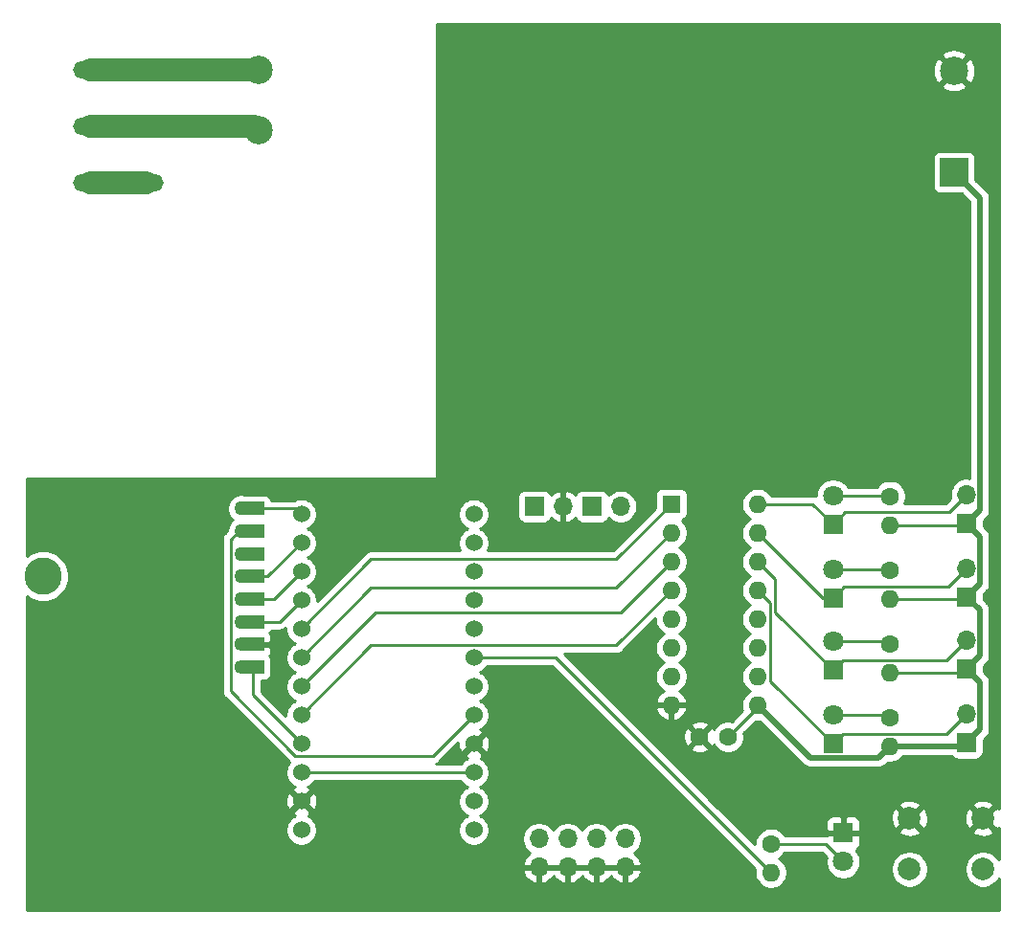
<source format=gbr>
%TF.GenerationSoftware,KiCad,Pcbnew,(5.1.9)-1*%
%TF.CreationDate,2021-02-28T04:15:04+01:00*%
%TF.ProjectId,HB-Uni-SenDose-4,48422d55-6e69-42d5-9365-6e446f73652d,rev?*%
%TF.SameCoordinates,Original*%
%TF.FileFunction,Copper,L1,Top*%
%TF.FilePolarity,Positive*%
%FSLAX46Y46*%
G04 Gerber Fmt 4.6, Leading zero omitted, Abs format (unit mm)*
G04 Created by KiCad (PCBNEW (5.1.9)-1) date 2021-02-28 04:15:04*
%MOMM*%
%LPD*%
G01*
G04 APERTURE LIST*
%TA.AperFunction,ComponentPad*%
%ADD10C,1.600000*%
%TD*%
%TA.AperFunction,ComponentPad*%
%ADD11O,1.700000X1.700000*%
%TD*%
%TA.AperFunction,ComponentPad*%
%ADD12R,1.700000X1.700000*%
%TD*%
%TA.AperFunction,ComponentPad*%
%ADD13C,2.500000*%
%TD*%
%TA.AperFunction,ComponentPad*%
%ADD14R,2.500000X2.500000*%
%TD*%
%TA.AperFunction,ComponentPad*%
%ADD15O,1.600000X1.600000*%
%TD*%
%TA.AperFunction,ComponentPad*%
%ADD16R,1.600000X1.600000*%
%TD*%
%TA.AperFunction,ComponentPad*%
%ADD17O,3.000000X1.500000*%
%TD*%
%TA.AperFunction,ComponentPad*%
%ADD18O,1.270000X1.270000*%
%TD*%
%TA.AperFunction,ComponentPad*%
%ADD19C,1.270000*%
%TD*%
%TA.AperFunction,WasherPad*%
%ADD20C,3.300000*%
%TD*%
%TA.AperFunction,SMDPad,CuDef*%
%ADD21R,2.000000X1.200000*%
%TD*%
%TA.AperFunction,ComponentPad*%
%ADD22C,1.524000*%
%TD*%
%TA.AperFunction,ComponentPad*%
%ADD23C,2.000000*%
%TD*%
%TA.AperFunction,ComponentPad*%
%ADD24C,1.800000*%
%TD*%
%TA.AperFunction,ComponentPad*%
%ADD25R,1.800000X1.800000*%
%TD*%
%TA.AperFunction,Conductor*%
%ADD26C,2.000000*%
%TD*%
%TA.AperFunction,Conductor*%
%ADD27C,0.250000*%
%TD*%
%TA.AperFunction,Conductor*%
%ADD28C,0.500000*%
%TD*%
%TA.AperFunction,Conductor*%
%ADD29C,0.254000*%
%TD*%
%TA.AperFunction,Conductor*%
%ADD30C,0.100000*%
%TD*%
G04 APERTURE END LIST*
D10*
%TO.P,C1,2*%
%TO.N,/+12V*%
X143600000Y-113000000D03*
%TO.P,C1,1*%
%TO.N,GND*%
X141100000Y-113000000D03*
%TD*%
D11*
%TO.P,Pump4,2*%
%TO.N,/Pump4*%
X164700000Y-110960000D03*
D12*
%TO.P,Pump4,1*%
%TO.N,/+12V*%
X164700000Y-113500000D03*
%TD*%
D11*
%TO.P,Pump3,2*%
%TO.N,/Pump3*%
X164700000Y-104460000D03*
D12*
%TO.P,Pump3,1*%
%TO.N,/+12V*%
X164700000Y-107000000D03*
%TD*%
D11*
%TO.P,Pump2,2*%
%TO.N,/Pump2*%
X164700000Y-98060000D03*
D12*
%TO.P,Pump2,1*%
%TO.N,/+12V*%
X164700000Y-100600000D03*
%TD*%
D11*
%TO.P,Pump1,2*%
%TO.N,/Pump1*%
X164700000Y-91560000D03*
D12*
%TO.P,Pump1,1*%
%TO.N,/+12V*%
X164700000Y-94100000D03*
%TD*%
D13*
%TO.P,PS1,4*%
%TO.N,Net-(PS1-Pad1)*%
X102100000Y-53950000D03*
D14*
%TO.P,PS1,1*%
%TO.N,/+12V*%
X163600000Y-63050000D03*
D13*
%TO.P,PS1,3*%
%TO.N,Net-(PS1-Pad2)*%
X102100000Y-59350000D03*
%TO.P,PS1,2*%
%TO.N,GND*%
X163600000Y-54050000D03*
%TD*%
D15*
%TO.P,U3,16*%
%TO.N,/Pump1*%
X146220000Y-92400000D03*
%TO.P,U3,8*%
%TO.N,GND*%
X138600000Y-110180000D03*
%TO.P,U3,15*%
%TO.N,/Pump2*%
X146220000Y-94940000D03*
%TO.P,U3,7*%
%TO.N,Net-(U3-Pad7)*%
X138600000Y-107640000D03*
%TO.P,U3,14*%
%TO.N,/Pump3*%
X146220000Y-97480000D03*
%TO.P,U3,6*%
%TO.N,Net-(U3-Pad6)*%
X138600000Y-105100000D03*
%TO.P,U3,13*%
%TO.N,/Pump4*%
X146220000Y-100020000D03*
%TO.P,U3,5*%
%TO.N,Net-(U3-Pad5)*%
X138600000Y-102560000D03*
%TO.P,U3,12*%
%TO.N,Net-(U3-Pad12)*%
X146220000Y-102560000D03*
%TO.P,U3,4*%
%TO.N,/A3*%
X138600000Y-100020000D03*
%TO.P,U3,11*%
%TO.N,Net-(U3-Pad11)*%
X146220000Y-105100000D03*
%TO.P,U3,3*%
%TO.N,/A2*%
X138600000Y-97480000D03*
%TO.P,U3,10*%
%TO.N,Net-(U3-Pad10)*%
X146220000Y-107640000D03*
%TO.P,U3,2*%
%TO.N,/A1*%
X138600000Y-94940000D03*
%TO.P,U3,9*%
%TO.N,/+12V*%
X146220000Y-110180000D03*
D16*
%TO.P,U3,1*%
%TO.N,/A0*%
X138600000Y-92400000D03*
%TD*%
D17*
%TO.P,X1,3*%
%TO.N,N/C*%
X87250000Y-64000000D03*
X92250000Y-64000000D03*
%TO.P,X1,2*%
%TO.N,Net-(PS1-Pad2)*%
X87250000Y-59000000D03*
X92250000Y-59000000D03*
%TO.P,X1,1*%
%TO.N,Net-(PS1-Pad1)*%
X87250000Y-54000000D03*
X92250000Y-54000000D03*
%TD*%
D18*
%TO.P,U2,1*%
%TO.N,/VCC*%
X100600000Y-106800000D03*
%TO.P,U2,2*%
%TO.N,GND*%
X100600000Y-104800000D03*
D19*
%TO.P,U2,3*%
%TO.N,/13*%
X100600000Y-102800000D03*
%TO.P,U2,4*%
%TO.N,/12*%
X100600000Y-100800000D03*
%TO.P,U2,5*%
%TO.N,/11*%
X100600000Y-98800000D03*
%TO.P,U2,6*%
%TO.N,Net-(U2-Pad6)*%
X100600000Y-96800000D03*
%TO.P,U2,7*%
%TO.N,/2*%
X100600000Y-94800000D03*
%TO.P,U2,8*%
%TO.N,/10*%
X100600000Y-92800000D03*
D20*
%TO.P,U2,*%
%TO.N,*%
X83074000Y-98784000D03*
D21*
%TO.P,U2,1*%
%TO.N,/VCC*%
X101600000Y-106800000D03*
%TO.P,U2,2*%
%TO.N,GND*%
X101600000Y-104800000D03*
%TO.P,U2,3*%
%TO.N,/13*%
X101600000Y-102800000D03*
%TO.P,U2,4*%
%TO.N,/12*%
X101600000Y-100800000D03*
%TO.P,U2,5*%
%TO.N,/11*%
X101600000Y-98800000D03*
%TO.P,U2,6*%
%TO.N,Net-(U2-Pad6)*%
X101600000Y-96800000D03*
%TO.P,U2,7*%
%TO.N,/2*%
X101600000Y-94800000D03*
%TO.P,U2,8*%
%TO.N,/10*%
X101600000Y-92800000D03*
%TD*%
D22*
%TO.P,U1,TXD*%
%TO.N,Net-(U1-PadTXD)*%
X121140000Y-121220000D03*
%TO.P,U1,RXD*%
%TO.N,Net-(U1-PadRXD)*%
X121140000Y-118680000D03*
%TO.P,U1,RST*%
%TO.N,Net-(U1-PadRST)*%
X121140000Y-116140000D03*
%TO.P,U1,GND*%
%TO.N,GND*%
X121140000Y-113600000D03*
%TO.P,U1,2*%
%TO.N,/2*%
X121140000Y-111060000D03*
%TO.P,U1,3*%
%TO.N,Net-(U1-Pad3)*%
X121140000Y-108520000D03*
%TO.P,U1,4*%
%TO.N,/4*%
X121140000Y-105980000D03*
%TO.P,U1,5*%
%TO.N,/5*%
X121140000Y-103440000D03*
%TO.P,U1,6*%
%TO.N,/6*%
X121140000Y-100900000D03*
%TO.P,U1,7*%
%TO.N,/7*%
X121140000Y-98360000D03*
%TO.P,U1,8*%
%TO.N,/8*%
X121140000Y-95820000D03*
%TO.P,U1,9*%
%TO.N,/9*%
X121140000Y-93280000D03*
%TO.P,U1,10*%
%TO.N,/10*%
X105900000Y-93280000D03*
%TO.P,U1,11*%
%TO.N,/11*%
X105900000Y-95820000D03*
%TO.P,U1,12*%
%TO.N,/12*%
X105900000Y-98360000D03*
%TO.P,U1,13*%
%TO.N,/13*%
X105900000Y-100900000D03*
%TO.P,U1,A0*%
%TO.N,/A0*%
X105900000Y-103440000D03*
%TO.P,U1,A1*%
%TO.N,/A1*%
X105900000Y-105980000D03*
%TO.P,U1,A2*%
%TO.N,/A2*%
X105900000Y-108520000D03*
%TO.P,U1,A3*%
%TO.N,/A3*%
X105900000Y-111060000D03*
%TO.P,U1,VCC*%
%TO.N,/VCC*%
X105900000Y-113600000D03*
%TO.P,U1,RST*%
%TO.N,Net-(U1-PadRST)*%
X105900000Y-116140000D03*
%TO.P,U1,GND*%
%TO.N,GND*%
X105900000Y-118680000D03*
%TO.P,U1,RAW*%
%TO.N,/+5V*%
X105900000Y-121220000D03*
%TD*%
D23*
%TO.P,SW1,1*%
%TO.N,/8*%
X159650000Y-124700000D03*
%TO.P,SW1,2*%
%TO.N,GND*%
X159650000Y-120200000D03*
%TO.P,SW1,1*%
%TO.N,/8*%
X166150000Y-124700000D03*
%TO.P,SW1,2*%
%TO.N,GND*%
X166150000Y-120200000D03*
%TD*%
D15*
%TO.P,R5,2*%
%TO.N,/4*%
X147400000Y-124990000D03*
D10*
%TO.P,R5,1*%
%TO.N,Net-(D5-Pad2)*%
X147400000Y-122450000D03*
%TD*%
D15*
%TO.P,R4,2*%
%TO.N,/+12V*%
X157900000Y-113840000D03*
D10*
%TO.P,R4,1*%
%TO.N,Net-(D4-Pad2)*%
X157900000Y-111300000D03*
%TD*%
D15*
%TO.P,R3,2*%
%TO.N,/+12V*%
X157900000Y-107340000D03*
D10*
%TO.P,R3,1*%
%TO.N,Net-(D3-Pad2)*%
X157900000Y-104800000D03*
%TD*%
D15*
%TO.P,R2,2*%
%TO.N,/+12V*%
X157900000Y-100840000D03*
D10*
%TO.P,R2,1*%
%TO.N,Net-(D2-Pad2)*%
X157900000Y-98300000D03*
%TD*%
D15*
%TO.P,R1,2*%
%TO.N,/+12V*%
X157900000Y-94240000D03*
D10*
%TO.P,R1,1*%
%TO.N,Net-(D1-Pad2)*%
X157900000Y-91700000D03*
%TD*%
D11*
%TO.P,J6,8*%
%TO.N,GND*%
X134520000Y-124540000D03*
%TO.P,J6,7*%
%TO.N,/9*%
X134520000Y-122000000D03*
%TO.P,J6,6*%
%TO.N,GND*%
X131980000Y-124540000D03*
%TO.P,J6,5*%
%TO.N,/7*%
X131980000Y-122000000D03*
%TO.P,J6,4*%
%TO.N,GND*%
X129440000Y-124540000D03*
%TO.P,J6,3*%
%TO.N,/6*%
X129440000Y-122000000D03*
%TO.P,J6,2*%
%TO.N,GND*%
X126900000Y-124540000D03*
%TO.P,J6,1*%
%TO.N,/5*%
X126900000Y-122000000D03*
%TD*%
%TO.P,J1,4*%
%TO.N,Net-(J1-Pad4)*%
X134120000Y-92600000D03*
D12*
%TO.P,J1,3*%
%TO.N,/+12V*%
X131580000Y-92600000D03*
D11*
%TO.P,J1,2*%
%TO.N,GND*%
X129040000Y-92600000D03*
D12*
%TO.P,J1,1*%
%TO.N,/+5V*%
X126500000Y-92600000D03*
%TD*%
D24*
%TO.P,D5,2*%
%TO.N,Net-(D5-Pad2)*%
X153800000Y-124040000D03*
D25*
%TO.P,D5,1*%
%TO.N,GND*%
X153800000Y-121500000D03*
%TD*%
D24*
%TO.P,D4,2*%
%TO.N,Net-(D4-Pad2)*%
X152900000Y-111060000D03*
D25*
%TO.P,D4,1*%
%TO.N,/Pump4*%
X152900000Y-113600000D03*
%TD*%
D24*
%TO.P,D3,2*%
%TO.N,Net-(D3-Pad2)*%
X152900000Y-104560000D03*
D25*
%TO.P,D3,1*%
%TO.N,/Pump3*%
X152900000Y-107100000D03*
%TD*%
D24*
%TO.P,D2,2*%
%TO.N,Net-(D2-Pad2)*%
X152900000Y-98160000D03*
D25*
%TO.P,D2,1*%
%TO.N,/Pump2*%
X152900000Y-100700000D03*
%TD*%
D24*
%TO.P,D1,2*%
%TO.N,Net-(D1-Pad2)*%
X152900000Y-91660000D03*
D25*
%TO.P,D1,1*%
%TO.N,/Pump1*%
X152900000Y-94200000D03*
%TD*%
D26*
%TO.N,*%
X87250000Y-64000000D02*
X92250000Y-64000000D01*
D27*
%TO.N,Net-(D1-Pad2)*%
X157860000Y-91660000D02*
X157900000Y-91700000D01*
X152900000Y-91660000D02*
X157860000Y-91660000D01*
%TO.N,Net-(D2-Pad2)*%
X157760000Y-98160000D02*
X157900000Y-98300000D01*
X152900000Y-98160000D02*
X157760000Y-98160000D01*
%TO.N,Net-(D3-Pad2)*%
X157660000Y-104560000D02*
X157900000Y-104800000D01*
X152900000Y-104560000D02*
X157660000Y-104560000D01*
%TO.N,Net-(D4-Pad2)*%
X157660000Y-111060000D02*
X157900000Y-111300000D01*
X152900000Y-111060000D02*
X157660000Y-111060000D01*
%TO.N,Net-(D5-Pad2)*%
X152210000Y-122450000D02*
X153800000Y-124040000D01*
X147400000Y-122450000D02*
X152210000Y-122450000D01*
D26*
%TO.N,Net-(PS1-Pad1)*%
X87250000Y-54000000D02*
X92250000Y-54000000D01*
D27*
X102050000Y-54000000D02*
X102100000Y-53950000D01*
D26*
X92250000Y-54000000D02*
X102050000Y-54000000D01*
%TO.N,Net-(PS1-Pad2)*%
X87250000Y-59000000D02*
X92250000Y-59000000D01*
D27*
X101750000Y-59000000D02*
X102100000Y-59350000D01*
D26*
X92250000Y-59000000D02*
X101750000Y-59000000D01*
D27*
%TO.N,/A0*%
X133727001Y-97272999D02*
X138600000Y-92400000D01*
X112067001Y-97272999D02*
X133727001Y-97272999D01*
X105900000Y-103440000D02*
X112067001Y-97272999D01*
%TO.N,/A1*%
X133727001Y-99812999D02*
X138600000Y-94940000D01*
X112067001Y-99812999D02*
X133727001Y-99812999D01*
X105900000Y-105980000D02*
X112067001Y-99812999D01*
%TO.N,/A2*%
X134092999Y-101987001D02*
X138600000Y-97480000D01*
X112432999Y-101987001D02*
X134092999Y-101987001D01*
X105900000Y-108520000D02*
X112432999Y-101987001D01*
%TO.N,/A3*%
X133727001Y-104892999D02*
X138600000Y-100020000D01*
X112067001Y-104892999D02*
X133727001Y-104892999D01*
X105900000Y-111060000D02*
X112067001Y-104892999D01*
%TO.N,/4*%
X128390000Y-105980000D02*
X147400000Y-124990000D01*
X121140000Y-105980000D02*
X128390000Y-105980000D01*
%TO.N,Net-(U1-PadRST)*%
X105900000Y-116140000D02*
X121140000Y-116140000D01*
%TO.N,/2*%
X101667001Y-94732999D02*
X101600000Y-94800000D01*
X117512999Y-114687001D02*
X121140000Y-111060000D01*
X105378239Y-114687001D02*
X117512999Y-114687001D01*
X99639999Y-108948761D02*
X105378239Y-114687001D01*
X99639999Y-95510001D02*
X99639999Y-108948761D01*
X100350000Y-94800000D02*
X99639999Y-95510001D01*
X101600000Y-94800000D02*
X100350000Y-94800000D01*
%TO.N,/10*%
X105420000Y-92800000D02*
X105900000Y-93280000D01*
X101600000Y-92800000D02*
X105420000Y-92800000D01*
%TO.N,/11*%
X102920000Y-98800000D02*
X105900000Y-95820000D01*
X101600000Y-98800000D02*
X102920000Y-98800000D01*
%TO.N,/12*%
X103460000Y-100800000D02*
X105900000Y-98360000D01*
X101600000Y-100800000D02*
X103460000Y-100800000D01*
%TO.N,/13*%
X104000000Y-102800000D02*
X105900000Y-100900000D01*
X101600000Y-102800000D02*
X104000000Y-102800000D01*
%TO.N,/VCC*%
X101600000Y-109300000D02*
X105900000Y-113600000D01*
X101600000Y-106800000D02*
X101600000Y-109300000D01*
D28*
%TO.N,/+12V*%
X165875001Y-92924999D02*
X164700000Y-94100000D01*
X165875001Y-65325001D02*
X165875001Y-92924999D01*
X163600000Y-63050000D02*
X165875001Y-65325001D01*
X165875001Y-99424999D02*
X164700000Y-100600000D01*
X165875001Y-95275001D02*
X165875001Y-99424999D01*
X164700000Y-94100000D02*
X165875001Y-95275001D01*
X165875001Y-101775001D02*
X165875001Y-105824999D01*
X165875001Y-105824999D02*
X164700000Y-107000000D01*
X164700000Y-100600000D02*
X165875001Y-101775001D01*
X165875001Y-112324999D02*
X164700000Y-113500000D01*
X165875001Y-108175001D02*
X165875001Y-112324999D01*
X164700000Y-107000000D02*
X165875001Y-108175001D01*
D27*
X164560000Y-94240000D02*
X164700000Y-94100000D01*
X157900000Y-94240000D02*
X164560000Y-94240000D01*
X164460000Y-100840000D02*
X164700000Y-100600000D01*
X157900000Y-100840000D02*
X164460000Y-100840000D01*
X164360000Y-107340000D02*
X164700000Y-107000000D01*
X157900000Y-107340000D02*
X164360000Y-107340000D01*
X164360000Y-113840000D02*
X164700000Y-113500000D01*
D28*
X157900000Y-113840000D02*
X164360000Y-113840000D01*
X156914999Y-114825001D02*
X157900000Y-113840000D01*
X150865001Y-114825001D02*
X156914999Y-114825001D01*
X146220000Y-110180000D02*
X150865001Y-114825001D01*
D27*
X146220000Y-110380000D02*
X146220000Y-110180000D01*
X143600000Y-113000000D02*
X146220000Y-110380000D01*
%TO.N,/Pump1*%
X151100000Y-92400000D02*
X152900000Y-94200000D01*
X146220000Y-92400000D02*
X151100000Y-92400000D01*
X163145001Y-93114999D02*
X164700000Y-91560000D01*
X153985001Y-93114999D02*
X163145001Y-93114999D01*
X152900000Y-94200000D02*
X153985001Y-93114999D01*
%TO.N,/Pump2*%
X151980000Y-100700000D02*
X152900000Y-100700000D01*
X146220000Y-94940000D02*
X151980000Y-100700000D01*
X163045001Y-99714999D02*
X164700000Y-98060000D01*
X153885001Y-99714999D02*
X163045001Y-99714999D01*
X152900000Y-100700000D02*
X153885001Y-99714999D01*
%TO.N,/Pump3*%
X147795010Y-101995010D02*
X152900000Y-107100000D01*
X147795010Y-99055010D02*
X147795010Y-101995010D01*
X146220000Y-97480000D02*
X147795010Y-99055010D01*
X162945001Y-106214999D02*
X164700000Y-104460000D01*
X153785001Y-106214999D02*
X162945001Y-106214999D01*
X152900000Y-107100000D02*
X153785001Y-106214999D01*
%TO.N,/Pump4*%
X147345001Y-101145001D02*
X147345001Y-108045001D01*
X147345001Y-108045001D02*
X152900000Y-113600000D01*
X146220000Y-100020000D02*
X147345001Y-101145001D01*
X162945001Y-112714999D02*
X164700000Y-110960000D01*
X153785001Y-112714999D02*
X162945001Y-112714999D01*
X152900000Y-113600000D02*
X153785001Y-112714999D01*
%TD*%
D29*
%TO.N,GND*%
X167540000Y-119336401D02*
X167285413Y-119244192D01*
X166329605Y-120200000D01*
X167285413Y-121155808D01*
X167540000Y-121063599D01*
X167540000Y-123837360D01*
X167419987Y-123657748D01*
X167192252Y-123430013D01*
X166924463Y-123251082D01*
X166626912Y-123127832D01*
X166311033Y-123065000D01*
X165988967Y-123065000D01*
X165673088Y-123127832D01*
X165375537Y-123251082D01*
X165107748Y-123430013D01*
X164880013Y-123657748D01*
X164701082Y-123925537D01*
X164577832Y-124223088D01*
X164515000Y-124538967D01*
X164515000Y-124861033D01*
X164577832Y-125176912D01*
X164701082Y-125474463D01*
X164880013Y-125742252D01*
X165107748Y-125969987D01*
X165375537Y-126148918D01*
X165673088Y-126272168D01*
X165988967Y-126335000D01*
X166311033Y-126335000D01*
X166626912Y-126272168D01*
X166924463Y-126148918D01*
X167192252Y-125969987D01*
X167419987Y-125742252D01*
X167540000Y-125562640D01*
X167540000Y-128340000D01*
X81660000Y-128340000D01*
X81660000Y-124896891D01*
X125458519Y-124896891D01*
X125555843Y-125171252D01*
X125704822Y-125421355D01*
X125899731Y-125637588D01*
X126133080Y-125811641D01*
X126395901Y-125936825D01*
X126543110Y-125981476D01*
X126773000Y-125860155D01*
X126773000Y-124667000D01*
X127027000Y-124667000D01*
X127027000Y-125860155D01*
X127256890Y-125981476D01*
X127404099Y-125936825D01*
X127666920Y-125811641D01*
X127900269Y-125637588D01*
X128095178Y-125421355D01*
X128170000Y-125295745D01*
X128244822Y-125421355D01*
X128439731Y-125637588D01*
X128673080Y-125811641D01*
X128935901Y-125936825D01*
X129083110Y-125981476D01*
X129313000Y-125860155D01*
X129313000Y-124667000D01*
X129567000Y-124667000D01*
X129567000Y-125860155D01*
X129796890Y-125981476D01*
X129944099Y-125936825D01*
X130206920Y-125811641D01*
X130440269Y-125637588D01*
X130635178Y-125421355D01*
X130710000Y-125295745D01*
X130784822Y-125421355D01*
X130979731Y-125637588D01*
X131213080Y-125811641D01*
X131475901Y-125936825D01*
X131623110Y-125981476D01*
X131853000Y-125860155D01*
X131853000Y-124667000D01*
X132107000Y-124667000D01*
X132107000Y-125860155D01*
X132336890Y-125981476D01*
X132484099Y-125936825D01*
X132746920Y-125811641D01*
X132980269Y-125637588D01*
X133175178Y-125421355D01*
X133250000Y-125295745D01*
X133324822Y-125421355D01*
X133519731Y-125637588D01*
X133753080Y-125811641D01*
X134015901Y-125936825D01*
X134163110Y-125981476D01*
X134393000Y-125860155D01*
X134393000Y-124667000D01*
X134647000Y-124667000D01*
X134647000Y-125860155D01*
X134876890Y-125981476D01*
X135024099Y-125936825D01*
X135286920Y-125811641D01*
X135520269Y-125637588D01*
X135715178Y-125421355D01*
X135864157Y-125171252D01*
X135961481Y-124896891D01*
X135840814Y-124667000D01*
X134647000Y-124667000D01*
X134393000Y-124667000D01*
X132107000Y-124667000D01*
X131853000Y-124667000D01*
X129567000Y-124667000D01*
X129313000Y-124667000D01*
X127027000Y-124667000D01*
X126773000Y-124667000D01*
X125579186Y-124667000D01*
X125458519Y-124896891D01*
X81660000Y-124896891D01*
X81660000Y-121082408D01*
X104503000Y-121082408D01*
X104503000Y-121357592D01*
X104556686Y-121627490D01*
X104661995Y-121881727D01*
X104814880Y-122110535D01*
X105009465Y-122305120D01*
X105238273Y-122458005D01*
X105492510Y-122563314D01*
X105762408Y-122617000D01*
X106037592Y-122617000D01*
X106307490Y-122563314D01*
X106561727Y-122458005D01*
X106790535Y-122305120D01*
X106985120Y-122110535D01*
X107138005Y-121881727D01*
X107243314Y-121627490D01*
X107297000Y-121357592D01*
X107297000Y-121082408D01*
X107243314Y-120812510D01*
X107138005Y-120558273D01*
X106985120Y-120329465D01*
X106790535Y-120134880D01*
X106561727Y-119981995D01*
X106490057Y-119952308D01*
X106503023Y-119947636D01*
X106618980Y-119885656D01*
X106685960Y-119645565D01*
X105900000Y-118859605D01*
X105114040Y-119645565D01*
X105181020Y-119885656D01*
X105316760Y-119949485D01*
X105238273Y-119981995D01*
X105009465Y-120134880D01*
X104814880Y-120329465D01*
X104661995Y-120558273D01*
X104556686Y-120812510D01*
X104503000Y-121082408D01*
X81660000Y-121082408D01*
X81660000Y-118752017D01*
X104498090Y-118752017D01*
X104539078Y-119024133D01*
X104632364Y-119283023D01*
X104694344Y-119398980D01*
X104934435Y-119465960D01*
X105720395Y-118680000D01*
X106079605Y-118680000D01*
X106865565Y-119465960D01*
X107105656Y-119398980D01*
X107222756Y-119149952D01*
X107289023Y-118882865D01*
X107301910Y-118607983D01*
X107260922Y-118335867D01*
X107167636Y-118076977D01*
X107105656Y-117961020D01*
X106865565Y-117894040D01*
X106079605Y-118680000D01*
X105720395Y-118680000D01*
X104934435Y-117894040D01*
X104694344Y-117961020D01*
X104577244Y-118210048D01*
X104510977Y-118477135D01*
X104498090Y-118752017D01*
X81660000Y-118752017D01*
X81660000Y-100587341D01*
X81991647Y-100808941D01*
X82407490Y-100981189D01*
X82848947Y-101069000D01*
X83299053Y-101069000D01*
X83740510Y-100981189D01*
X84156353Y-100808941D01*
X84530603Y-100558875D01*
X84848875Y-100240603D01*
X85098941Y-99866353D01*
X85271189Y-99450510D01*
X85359000Y-99009053D01*
X85359000Y-98558947D01*
X85271189Y-98117490D01*
X85098941Y-97701647D01*
X84848875Y-97327397D01*
X84530603Y-97009125D01*
X84156353Y-96759059D01*
X83740510Y-96586811D01*
X83299053Y-96499000D01*
X82848947Y-96499000D01*
X82407490Y-96586811D01*
X81991647Y-96759059D01*
X81660000Y-96980659D01*
X81660000Y-95510001D01*
X98876323Y-95510001D01*
X98879999Y-95547323D01*
X98880000Y-108911429D01*
X98876323Y-108948761D01*
X98890997Y-109097746D01*
X98934453Y-109241007D01*
X99005025Y-109373037D01*
X99076200Y-109459763D01*
X99099999Y-109488762D01*
X99128997Y-109512560D01*
X104814440Y-115198004D01*
X104837835Y-115226510D01*
X104814880Y-115249465D01*
X104661995Y-115478273D01*
X104556686Y-115732510D01*
X104503000Y-116002408D01*
X104503000Y-116277592D01*
X104556686Y-116547490D01*
X104661995Y-116801727D01*
X104814880Y-117030535D01*
X105009465Y-117225120D01*
X105238273Y-117378005D01*
X105309943Y-117407692D01*
X105296977Y-117412364D01*
X105181020Y-117474344D01*
X105114040Y-117714435D01*
X105900000Y-118500395D01*
X106685960Y-117714435D01*
X106618980Y-117474344D01*
X106483240Y-117410515D01*
X106561727Y-117378005D01*
X106790535Y-117225120D01*
X106985120Y-117030535D01*
X107072341Y-116900000D01*
X119967659Y-116900000D01*
X120054880Y-117030535D01*
X120249465Y-117225120D01*
X120478273Y-117378005D01*
X120555515Y-117410000D01*
X120478273Y-117441995D01*
X120249465Y-117594880D01*
X120054880Y-117789465D01*
X119901995Y-118018273D01*
X119796686Y-118272510D01*
X119743000Y-118542408D01*
X119743000Y-118817592D01*
X119796686Y-119087490D01*
X119901995Y-119341727D01*
X120054880Y-119570535D01*
X120249465Y-119765120D01*
X120478273Y-119918005D01*
X120555515Y-119950000D01*
X120478273Y-119981995D01*
X120249465Y-120134880D01*
X120054880Y-120329465D01*
X119901995Y-120558273D01*
X119796686Y-120812510D01*
X119743000Y-121082408D01*
X119743000Y-121357592D01*
X119796686Y-121627490D01*
X119901995Y-121881727D01*
X120054880Y-122110535D01*
X120249465Y-122305120D01*
X120478273Y-122458005D01*
X120732510Y-122563314D01*
X121002408Y-122617000D01*
X121277592Y-122617000D01*
X121547490Y-122563314D01*
X121801727Y-122458005D01*
X122030535Y-122305120D01*
X122225120Y-122110535D01*
X122378005Y-121881727D01*
X122389597Y-121853740D01*
X125415000Y-121853740D01*
X125415000Y-122146260D01*
X125472068Y-122433158D01*
X125584010Y-122703411D01*
X125746525Y-122946632D01*
X125953368Y-123153475D01*
X126129406Y-123271100D01*
X125899731Y-123442412D01*
X125704822Y-123658645D01*
X125555843Y-123908748D01*
X125458519Y-124183109D01*
X125579186Y-124413000D01*
X126773000Y-124413000D01*
X126773000Y-124393000D01*
X127027000Y-124393000D01*
X127027000Y-124413000D01*
X129313000Y-124413000D01*
X129313000Y-124393000D01*
X129567000Y-124393000D01*
X129567000Y-124413000D01*
X131853000Y-124413000D01*
X131853000Y-124393000D01*
X132107000Y-124393000D01*
X132107000Y-124413000D01*
X134393000Y-124413000D01*
X134393000Y-124393000D01*
X134647000Y-124393000D01*
X134647000Y-124413000D01*
X135840814Y-124413000D01*
X135961481Y-124183109D01*
X135864157Y-123908748D01*
X135715178Y-123658645D01*
X135520269Y-123442412D01*
X135290594Y-123271100D01*
X135466632Y-123153475D01*
X135673475Y-122946632D01*
X135835990Y-122703411D01*
X135947932Y-122433158D01*
X136005000Y-122146260D01*
X136005000Y-121853740D01*
X135947932Y-121566842D01*
X135835990Y-121296589D01*
X135673475Y-121053368D01*
X135466632Y-120846525D01*
X135223411Y-120684010D01*
X134953158Y-120572068D01*
X134666260Y-120515000D01*
X134373740Y-120515000D01*
X134086842Y-120572068D01*
X133816589Y-120684010D01*
X133573368Y-120846525D01*
X133366525Y-121053368D01*
X133250000Y-121227760D01*
X133133475Y-121053368D01*
X132926632Y-120846525D01*
X132683411Y-120684010D01*
X132413158Y-120572068D01*
X132126260Y-120515000D01*
X131833740Y-120515000D01*
X131546842Y-120572068D01*
X131276589Y-120684010D01*
X131033368Y-120846525D01*
X130826525Y-121053368D01*
X130710000Y-121227760D01*
X130593475Y-121053368D01*
X130386632Y-120846525D01*
X130143411Y-120684010D01*
X129873158Y-120572068D01*
X129586260Y-120515000D01*
X129293740Y-120515000D01*
X129006842Y-120572068D01*
X128736589Y-120684010D01*
X128493368Y-120846525D01*
X128286525Y-121053368D01*
X128170000Y-121227760D01*
X128053475Y-121053368D01*
X127846632Y-120846525D01*
X127603411Y-120684010D01*
X127333158Y-120572068D01*
X127046260Y-120515000D01*
X126753740Y-120515000D01*
X126466842Y-120572068D01*
X126196589Y-120684010D01*
X125953368Y-120846525D01*
X125746525Y-121053368D01*
X125584010Y-121296589D01*
X125472068Y-121566842D01*
X125415000Y-121853740D01*
X122389597Y-121853740D01*
X122483314Y-121627490D01*
X122537000Y-121357592D01*
X122537000Y-121082408D01*
X122483314Y-120812510D01*
X122378005Y-120558273D01*
X122225120Y-120329465D01*
X122030535Y-120134880D01*
X121801727Y-119981995D01*
X121724485Y-119950000D01*
X121801727Y-119918005D01*
X122030535Y-119765120D01*
X122225120Y-119570535D01*
X122378005Y-119341727D01*
X122483314Y-119087490D01*
X122537000Y-118817592D01*
X122537000Y-118542408D01*
X122483314Y-118272510D01*
X122378005Y-118018273D01*
X122225120Y-117789465D01*
X122030535Y-117594880D01*
X121801727Y-117441995D01*
X121724485Y-117410000D01*
X121801727Y-117378005D01*
X122030535Y-117225120D01*
X122225120Y-117030535D01*
X122378005Y-116801727D01*
X122483314Y-116547490D01*
X122537000Y-116277592D01*
X122537000Y-116002408D01*
X122483314Y-115732510D01*
X122378005Y-115478273D01*
X122225120Y-115249465D01*
X122030535Y-115054880D01*
X121801727Y-114901995D01*
X121730057Y-114872308D01*
X121743023Y-114867636D01*
X121858980Y-114805656D01*
X121925960Y-114565565D01*
X121140000Y-113779605D01*
X120354040Y-114565565D01*
X120421020Y-114805656D01*
X120556760Y-114869485D01*
X120478273Y-114901995D01*
X120249465Y-115054880D01*
X120054880Y-115249465D01*
X119967659Y-115380000D01*
X117828719Y-115380000D01*
X117937275Y-115321975D01*
X118053000Y-115227002D01*
X118076803Y-115197998D01*
X119744745Y-113530056D01*
X119738090Y-113672017D01*
X119779078Y-113944133D01*
X119872364Y-114203023D01*
X119934344Y-114318980D01*
X120174435Y-114385960D01*
X120960395Y-113600000D01*
X121319605Y-113600000D01*
X122105565Y-114385960D01*
X122345656Y-114318980D01*
X122462756Y-114069952D01*
X122529023Y-113802865D01*
X122541910Y-113527983D01*
X122500922Y-113255867D01*
X122407636Y-112996977D01*
X122345656Y-112881020D01*
X122105565Y-112814040D01*
X121319605Y-113600000D01*
X120960395Y-113600000D01*
X120946253Y-113585858D01*
X121125858Y-113406253D01*
X121140000Y-113420395D01*
X121925960Y-112634435D01*
X121858980Y-112394344D01*
X121723240Y-112330515D01*
X121801727Y-112298005D01*
X122030535Y-112145120D01*
X122225120Y-111950535D01*
X122378005Y-111721727D01*
X122483314Y-111467490D01*
X122537000Y-111197592D01*
X122537000Y-110922408D01*
X122483314Y-110652510D01*
X122378005Y-110398273D01*
X122225120Y-110169465D01*
X122030535Y-109974880D01*
X121801727Y-109821995D01*
X121724485Y-109790000D01*
X121801727Y-109758005D01*
X122030535Y-109605120D01*
X122225120Y-109410535D01*
X122378005Y-109181727D01*
X122483314Y-108927490D01*
X122537000Y-108657592D01*
X122537000Y-108382408D01*
X122483314Y-108112510D01*
X122378005Y-107858273D01*
X122225120Y-107629465D01*
X122030535Y-107434880D01*
X121801727Y-107281995D01*
X121724485Y-107250000D01*
X121801727Y-107218005D01*
X122030535Y-107065120D01*
X122225120Y-106870535D01*
X122312341Y-106740000D01*
X128075199Y-106740000D01*
X146001312Y-124666114D01*
X145965000Y-124848665D01*
X145965000Y-125131335D01*
X146020147Y-125408574D01*
X146128320Y-125669727D01*
X146285363Y-125904759D01*
X146485241Y-126104637D01*
X146720273Y-126261680D01*
X146981426Y-126369853D01*
X147258665Y-126425000D01*
X147541335Y-126425000D01*
X147818574Y-126369853D01*
X148079727Y-126261680D01*
X148314759Y-126104637D01*
X148514637Y-125904759D01*
X148671680Y-125669727D01*
X148779853Y-125408574D01*
X148835000Y-125131335D01*
X148835000Y-124848665D01*
X148779853Y-124571426D01*
X148671680Y-124310273D01*
X148514637Y-124075241D01*
X148314759Y-123875363D01*
X148082241Y-123720000D01*
X148314759Y-123564637D01*
X148514637Y-123364759D01*
X148618043Y-123210000D01*
X151895199Y-123210000D01*
X152316269Y-123631070D01*
X152265000Y-123888816D01*
X152265000Y-124191184D01*
X152323989Y-124487743D01*
X152439701Y-124767095D01*
X152607688Y-125018505D01*
X152821495Y-125232312D01*
X153072905Y-125400299D01*
X153352257Y-125516011D01*
X153648816Y-125575000D01*
X153951184Y-125575000D01*
X154247743Y-125516011D01*
X154527095Y-125400299D01*
X154778505Y-125232312D01*
X154992312Y-125018505D01*
X155160299Y-124767095D01*
X155254793Y-124538967D01*
X158015000Y-124538967D01*
X158015000Y-124861033D01*
X158077832Y-125176912D01*
X158201082Y-125474463D01*
X158380013Y-125742252D01*
X158607748Y-125969987D01*
X158875537Y-126148918D01*
X159173088Y-126272168D01*
X159488967Y-126335000D01*
X159811033Y-126335000D01*
X160126912Y-126272168D01*
X160424463Y-126148918D01*
X160692252Y-125969987D01*
X160919987Y-125742252D01*
X161098918Y-125474463D01*
X161222168Y-125176912D01*
X161285000Y-124861033D01*
X161285000Y-124538967D01*
X161222168Y-124223088D01*
X161098918Y-123925537D01*
X160919987Y-123657748D01*
X160692252Y-123430013D01*
X160424463Y-123251082D01*
X160126912Y-123127832D01*
X159811033Y-123065000D01*
X159488967Y-123065000D01*
X159173088Y-123127832D01*
X158875537Y-123251082D01*
X158607748Y-123430013D01*
X158380013Y-123657748D01*
X158201082Y-123925537D01*
X158077832Y-124223088D01*
X158015000Y-124538967D01*
X155254793Y-124538967D01*
X155276011Y-124487743D01*
X155335000Y-124191184D01*
X155335000Y-123888816D01*
X155276011Y-123592257D01*
X155160299Y-123312905D01*
X154992312Y-123061495D01*
X154925873Y-122995056D01*
X154944180Y-122989502D01*
X155054494Y-122930537D01*
X155151185Y-122851185D01*
X155230537Y-122754494D01*
X155289502Y-122644180D01*
X155325812Y-122524482D01*
X155338072Y-122400000D01*
X155335000Y-121785750D01*
X155176250Y-121627000D01*
X153927000Y-121627000D01*
X153927000Y-121647000D01*
X153673000Y-121647000D01*
X153673000Y-121627000D01*
X152423750Y-121627000D01*
X152350581Y-121700169D01*
X152247333Y-121690000D01*
X152247322Y-121690000D01*
X152210000Y-121686324D01*
X152172678Y-121690000D01*
X148618043Y-121690000D01*
X148514637Y-121535241D01*
X148314759Y-121335363D01*
X148079727Y-121178320D01*
X147818574Y-121070147D01*
X147541335Y-121015000D01*
X147258665Y-121015000D01*
X146981426Y-121070147D01*
X146720273Y-121178320D01*
X146485241Y-121335363D01*
X146285363Y-121535241D01*
X146128320Y-121770273D01*
X146020147Y-122031426D01*
X145965000Y-122308665D01*
X145965000Y-122480198D01*
X144084802Y-120600000D01*
X152261928Y-120600000D01*
X152265000Y-121214250D01*
X152423750Y-121373000D01*
X153673000Y-121373000D01*
X153673000Y-120123750D01*
X153927000Y-120123750D01*
X153927000Y-121373000D01*
X155176250Y-121373000D01*
X155213837Y-121335413D01*
X158694192Y-121335413D01*
X158789956Y-121599814D01*
X159079571Y-121740704D01*
X159391108Y-121822384D01*
X159712595Y-121841718D01*
X160031675Y-121797961D01*
X160336088Y-121692795D01*
X160510044Y-121599814D01*
X160605808Y-121335413D01*
X165194192Y-121335413D01*
X165289956Y-121599814D01*
X165579571Y-121740704D01*
X165891108Y-121822384D01*
X166212595Y-121841718D01*
X166531675Y-121797961D01*
X166836088Y-121692795D01*
X167010044Y-121599814D01*
X167105808Y-121335413D01*
X166150000Y-120379605D01*
X165194192Y-121335413D01*
X160605808Y-121335413D01*
X159650000Y-120379605D01*
X158694192Y-121335413D01*
X155213837Y-121335413D01*
X155335000Y-121214250D01*
X155338072Y-120600000D01*
X155325812Y-120475518D01*
X155289502Y-120355820D01*
X155239672Y-120262595D01*
X158008282Y-120262595D01*
X158052039Y-120581675D01*
X158157205Y-120886088D01*
X158250186Y-121060044D01*
X158514587Y-121155808D01*
X159470395Y-120200000D01*
X159829605Y-120200000D01*
X160785413Y-121155808D01*
X161049814Y-121060044D01*
X161190704Y-120770429D01*
X161272384Y-120458892D01*
X161284189Y-120262595D01*
X164508282Y-120262595D01*
X164552039Y-120581675D01*
X164657205Y-120886088D01*
X164750186Y-121060044D01*
X165014587Y-121155808D01*
X165970395Y-120200000D01*
X165014587Y-119244192D01*
X164750186Y-119339956D01*
X164609296Y-119629571D01*
X164527616Y-119941108D01*
X164508282Y-120262595D01*
X161284189Y-120262595D01*
X161291718Y-120137405D01*
X161247961Y-119818325D01*
X161142795Y-119513912D01*
X161049814Y-119339956D01*
X160785413Y-119244192D01*
X159829605Y-120200000D01*
X159470395Y-120200000D01*
X158514587Y-119244192D01*
X158250186Y-119339956D01*
X158109296Y-119629571D01*
X158027616Y-119941108D01*
X158008282Y-120262595D01*
X155239672Y-120262595D01*
X155230537Y-120245506D01*
X155151185Y-120148815D01*
X155054494Y-120069463D01*
X154944180Y-120010498D01*
X154824482Y-119974188D01*
X154700000Y-119961928D01*
X154085750Y-119965000D01*
X153927000Y-120123750D01*
X153673000Y-120123750D01*
X153514250Y-119965000D01*
X152900000Y-119961928D01*
X152775518Y-119974188D01*
X152655820Y-120010498D01*
X152545506Y-120069463D01*
X152448815Y-120148815D01*
X152369463Y-120245506D01*
X152310498Y-120355820D01*
X152274188Y-120475518D01*
X152261928Y-120600000D01*
X144084802Y-120600000D01*
X142549389Y-119064587D01*
X158694192Y-119064587D01*
X159650000Y-120020395D01*
X160605808Y-119064587D01*
X165194192Y-119064587D01*
X166150000Y-120020395D01*
X167105808Y-119064587D01*
X167010044Y-118800186D01*
X166720429Y-118659296D01*
X166408892Y-118577616D01*
X166087405Y-118558282D01*
X165768325Y-118602039D01*
X165463912Y-118707205D01*
X165289956Y-118800186D01*
X165194192Y-119064587D01*
X160605808Y-119064587D01*
X160510044Y-118800186D01*
X160220429Y-118659296D01*
X159908892Y-118577616D01*
X159587405Y-118558282D01*
X159268325Y-118602039D01*
X158963912Y-118707205D01*
X158789956Y-118800186D01*
X158694192Y-119064587D01*
X142549389Y-119064587D01*
X137477504Y-113992702D01*
X140286903Y-113992702D01*
X140358486Y-114236671D01*
X140613996Y-114357571D01*
X140888184Y-114426300D01*
X141170512Y-114440217D01*
X141450130Y-114398787D01*
X141716292Y-114303603D01*
X141841514Y-114236671D01*
X141913097Y-113992702D01*
X141100000Y-113179605D01*
X140286903Y-113992702D01*
X137477504Y-113992702D01*
X136555314Y-113070512D01*
X139659783Y-113070512D01*
X139701213Y-113350130D01*
X139796397Y-113616292D01*
X139863329Y-113741514D01*
X140107298Y-113813097D01*
X140920395Y-113000000D01*
X141279605Y-113000000D01*
X142092702Y-113813097D01*
X142336671Y-113741514D01*
X142350324Y-113712659D01*
X142485363Y-113914759D01*
X142685241Y-114114637D01*
X142920273Y-114271680D01*
X143181426Y-114379853D01*
X143458665Y-114435000D01*
X143741335Y-114435000D01*
X144018574Y-114379853D01*
X144279727Y-114271680D01*
X144514759Y-114114637D01*
X144714637Y-113914759D01*
X144871680Y-113679727D01*
X144979853Y-113418574D01*
X145035000Y-113141335D01*
X145035000Y-112858665D01*
X144998688Y-112676114D01*
X146062931Y-111611870D01*
X146078665Y-111615000D01*
X146361335Y-111615000D01*
X146396439Y-111608017D01*
X150208471Y-115420050D01*
X150236184Y-115453818D01*
X150269952Y-115481531D01*
X150269954Y-115481533D01*
X150341453Y-115540211D01*
X150370942Y-115564412D01*
X150524688Y-115646590D01*
X150691511Y-115697196D01*
X150821524Y-115710001D01*
X150821534Y-115710001D01*
X150865000Y-115714282D01*
X150908466Y-115710001D01*
X156871530Y-115710001D01*
X156914999Y-115714282D01*
X156958468Y-115710001D01*
X156958476Y-115710001D01*
X157088489Y-115697196D01*
X157255312Y-115646590D01*
X157409058Y-115564412D01*
X157543816Y-115453818D01*
X157571533Y-115420045D01*
X157723561Y-115268017D01*
X157758665Y-115275000D01*
X158041335Y-115275000D01*
X158318574Y-115219853D01*
X158579727Y-115111680D01*
X158814759Y-114954637D01*
X159014637Y-114754759D01*
X159034521Y-114725000D01*
X163336292Y-114725000D01*
X163398815Y-114801185D01*
X163495506Y-114880537D01*
X163605820Y-114939502D01*
X163725518Y-114975812D01*
X163850000Y-114988072D01*
X165550000Y-114988072D01*
X165674482Y-114975812D01*
X165794180Y-114939502D01*
X165904494Y-114880537D01*
X166001185Y-114801185D01*
X166080537Y-114704494D01*
X166139502Y-114594180D01*
X166175812Y-114474482D01*
X166188072Y-114350000D01*
X166188072Y-113263507D01*
X166470050Y-112981529D01*
X166503818Y-112953816D01*
X166543919Y-112904954D01*
X166614411Y-112819059D01*
X166617094Y-112814040D01*
X166696590Y-112665312D01*
X166747196Y-112498489D01*
X166760001Y-112368476D01*
X166760001Y-112368466D01*
X166764282Y-112325000D01*
X166760001Y-112281534D01*
X166760001Y-108218466D01*
X166764282Y-108175000D01*
X166760001Y-108131534D01*
X166760001Y-108131524D01*
X166747196Y-108001511D01*
X166696590Y-107834688D01*
X166614412Y-107680942D01*
X166555845Y-107609578D01*
X166531533Y-107579954D01*
X166531531Y-107579952D01*
X166503818Y-107546184D01*
X166470051Y-107518472D01*
X166188072Y-107236493D01*
X166188072Y-106763507D01*
X166470050Y-106481529D01*
X166503818Y-106453816D01*
X166543919Y-106404954D01*
X166614411Y-106319059D01*
X166614412Y-106319058D01*
X166696590Y-106165312D01*
X166747196Y-105998489D01*
X166760001Y-105868476D01*
X166760001Y-105868466D01*
X166764282Y-105825000D01*
X166760001Y-105781534D01*
X166760001Y-101818466D01*
X166764282Y-101775000D01*
X166760001Y-101731534D01*
X166760001Y-101731524D01*
X166747196Y-101601511D01*
X166696590Y-101434688D01*
X166614412Y-101280942D01*
X166580812Y-101240001D01*
X166531533Y-101179954D01*
X166531531Y-101179952D01*
X166503818Y-101146184D01*
X166470051Y-101118472D01*
X166188072Y-100836493D01*
X166188072Y-100363507D01*
X166470050Y-100081529D01*
X166503818Y-100053816D01*
X166531570Y-100020001D01*
X166614411Y-99919059D01*
X166614412Y-99919058D01*
X166696590Y-99765312D01*
X166747196Y-99598489D01*
X166760001Y-99468476D01*
X166760001Y-99468466D01*
X166764282Y-99425000D01*
X166760001Y-99381534D01*
X166760001Y-95318466D01*
X166764282Y-95275000D01*
X166760001Y-95231534D01*
X166760001Y-95231524D01*
X166747196Y-95101511D01*
X166696590Y-94934688D01*
X166614412Y-94780942D01*
X166590211Y-94751453D01*
X166531533Y-94679954D01*
X166531531Y-94679952D01*
X166503818Y-94646184D01*
X166470051Y-94618472D01*
X166188072Y-94336493D01*
X166188072Y-93863507D01*
X166470050Y-93581529D01*
X166503818Y-93553816D01*
X166543919Y-93504954D01*
X166614411Y-93419059D01*
X166614412Y-93419058D01*
X166696590Y-93265312D01*
X166747196Y-93098489D01*
X166760001Y-92968476D01*
X166760001Y-92968466D01*
X166764282Y-92925000D01*
X166760001Y-92881534D01*
X166760001Y-65368466D01*
X166764282Y-65325000D01*
X166760001Y-65281534D01*
X166760001Y-65281524D01*
X166747196Y-65151511D01*
X166696590Y-64984688D01*
X166614412Y-64830942D01*
X166503818Y-64696184D01*
X166470051Y-64668472D01*
X165488072Y-63686493D01*
X165488072Y-61800000D01*
X165475812Y-61675518D01*
X165439502Y-61555820D01*
X165380537Y-61445506D01*
X165301185Y-61348815D01*
X165204494Y-61269463D01*
X165094180Y-61210498D01*
X164974482Y-61174188D01*
X164850000Y-61161928D01*
X162350000Y-61161928D01*
X162225518Y-61174188D01*
X162105820Y-61210498D01*
X161995506Y-61269463D01*
X161898815Y-61348815D01*
X161819463Y-61445506D01*
X161760498Y-61555820D01*
X161724188Y-61675518D01*
X161711928Y-61800000D01*
X161711928Y-64300000D01*
X161724188Y-64424482D01*
X161760498Y-64544180D01*
X161819463Y-64654494D01*
X161898815Y-64751185D01*
X161995506Y-64830537D01*
X162105820Y-64889502D01*
X162225518Y-64925812D01*
X162350000Y-64938072D01*
X164236493Y-64938072D01*
X164990001Y-65691580D01*
X164990002Y-90103592D01*
X164846260Y-90075000D01*
X164553740Y-90075000D01*
X164266842Y-90132068D01*
X163996589Y-90244010D01*
X163753368Y-90406525D01*
X163546525Y-90613368D01*
X163384010Y-90856589D01*
X163272068Y-91126842D01*
X163215000Y-91413740D01*
X163215000Y-91706260D01*
X163258791Y-91926408D01*
X162830200Y-92354999D01*
X159181923Y-92354999D01*
X159279853Y-92118574D01*
X159335000Y-91841335D01*
X159335000Y-91558665D01*
X159279853Y-91281426D01*
X159171680Y-91020273D01*
X159014637Y-90785241D01*
X158814759Y-90585363D01*
X158579727Y-90428320D01*
X158318574Y-90320147D01*
X158041335Y-90265000D01*
X157758665Y-90265000D01*
X157481426Y-90320147D01*
X157220273Y-90428320D01*
X156985241Y-90585363D01*
X156785363Y-90785241D01*
X156708684Y-90900000D01*
X154238313Y-90900000D01*
X154092312Y-90681495D01*
X153878505Y-90467688D01*
X153627095Y-90299701D01*
X153347743Y-90183989D01*
X153051184Y-90125000D01*
X152748816Y-90125000D01*
X152452257Y-90183989D01*
X152172905Y-90299701D01*
X151921495Y-90467688D01*
X151707688Y-90681495D01*
X151539701Y-90932905D01*
X151423989Y-91212257D01*
X151365000Y-91508816D01*
X151365000Y-91686189D01*
X151248986Y-91650997D01*
X151137333Y-91640000D01*
X151137322Y-91640000D01*
X151100000Y-91636324D01*
X151062678Y-91640000D01*
X147438043Y-91640000D01*
X147334637Y-91485241D01*
X147134759Y-91285363D01*
X146899727Y-91128320D01*
X146638574Y-91020147D01*
X146361335Y-90965000D01*
X146078665Y-90965000D01*
X145801426Y-91020147D01*
X145540273Y-91128320D01*
X145305241Y-91285363D01*
X145105363Y-91485241D01*
X144948320Y-91720273D01*
X144840147Y-91981426D01*
X144785000Y-92258665D01*
X144785000Y-92541335D01*
X144840147Y-92818574D01*
X144948320Y-93079727D01*
X145105363Y-93314759D01*
X145305241Y-93514637D01*
X145537759Y-93670000D01*
X145305241Y-93825363D01*
X145105363Y-94025241D01*
X144948320Y-94260273D01*
X144840147Y-94521426D01*
X144785000Y-94798665D01*
X144785000Y-95081335D01*
X144840147Y-95358574D01*
X144948320Y-95619727D01*
X145105363Y-95854759D01*
X145305241Y-96054637D01*
X145537759Y-96210000D01*
X145305241Y-96365363D01*
X145105363Y-96565241D01*
X144948320Y-96800273D01*
X144840147Y-97061426D01*
X144785000Y-97338665D01*
X144785000Y-97621335D01*
X144840147Y-97898574D01*
X144948320Y-98159727D01*
X145105363Y-98394759D01*
X145305241Y-98594637D01*
X145537759Y-98750000D01*
X145305241Y-98905363D01*
X145105363Y-99105241D01*
X144948320Y-99340273D01*
X144840147Y-99601426D01*
X144785000Y-99878665D01*
X144785000Y-100161335D01*
X144840147Y-100438574D01*
X144948320Y-100699727D01*
X145105363Y-100934759D01*
X145305241Y-101134637D01*
X145537759Y-101290000D01*
X145305241Y-101445363D01*
X145105363Y-101645241D01*
X144948320Y-101880273D01*
X144840147Y-102141426D01*
X144785000Y-102418665D01*
X144785000Y-102701335D01*
X144840147Y-102978574D01*
X144948320Y-103239727D01*
X145105363Y-103474759D01*
X145305241Y-103674637D01*
X145537759Y-103830000D01*
X145305241Y-103985363D01*
X145105363Y-104185241D01*
X144948320Y-104420273D01*
X144840147Y-104681426D01*
X144785000Y-104958665D01*
X144785000Y-105241335D01*
X144840147Y-105518574D01*
X144948320Y-105779727D01*
X145105363Y-106014759D01*
X145305241Y-106214637D01*
X145537759Y-106370000D01*
X145305241Y-106525363D01*
X145105363Y-106725241D01*
X144948320Y-106960273D01*
X144840147Y-107221426D01*
X144785000Y-107498665D01*
X144785000Y-107781335D01*
X144840147Y-108058574D01*
X144948320Y-108319727D01*
X145105363Y-108554759D01*
X145305241Y-108754637D01*
X145537759Y-108910000D01*
X145305241Y-109065363D01*
X145105363Y-109265241D01*
X144948320Y-109500273D01*
X144840147Y-109761426D01*
X144785000Y-110038665D01*
X144785000Y-110321335D01*
X144840147Y-110598574D01*
X144865476Y-110659723D01*
X143923886Y-111601312D01*
X143741335Y-111565000D01*
X143458665Y-111565000D01*
X143181426Y-111620147D01*
X142920273Y-111728320D01*
X142685241Y-111885363D01*
X142485363Y-112085241D01*
X142351308Y-112285869D01*
X142336671Y-112258486D01*
X142092702Y-112186903D01*
X141279605Y-113000000D01*
X140920395Y-113000000D01*
X140107298Y-112186903D01*
X139863329Y-112258486D01*
X139742429Y-112513996D01*
X139673700Y-112788184D01*
X139659783Y-113070512D01*
X136555314Y-113070512D01*
X135492100Y-112007298D01*
X140286903Y-112007298D01*
X141100000Y-112820395D01*
X141913097Y-112007298D01*
X141841514Y-111763329D01*
X141586004Y-111642429D01*
X141311816Y-111573700D01*
X141029488Y-111559783D01*
X140749870Y-111601213D01*
X140483708Y-111696397D01*
X140358486Y-111763329D01*
X140286903Y-112007298D01*
X135492100Y-112007298D01*
X134013841Y-110529039D01*
X137208096Y-110529039D01*
X137248754Y-110663087D01*
X137368963Y-110917420D01*
X137536481Y-111143414D01*
X137744869Y-111332385D01*
X137986119Y-111477070D01*
X138250960Y-111571909D01*
X138473000Y-111450624D01*
X138473000Y-110307000D01*
X138727000Y-110307000D01*
X138727000Y-111450624D01*
X138949040Y-111571909D01*
X139213881Y-111477070D01*
X139455131Y-111332385D01*
X139663519Y-111143414D01*
X139831037Y-110917420D01*
X139951246Y-110663087D01*
X139991904Y-110529039D01*
X139869915Y-110307000D01*
X138727000Y-110307000D01*
X138473000Y-110307000D01*
X137330085Y-110307000D01*
X137208096Y-110529039D01*
X134013841Y-110529039D01*
X129137800Y-105652999D01*
X133689679Y-105652999D01*
X133727001Y-105656675D01*
X133764323Y-105652999D01*
X133764334Y-105652999D01*
X133875987Y-105642002D01*
X134019248Y-105598545D01*
X134151277Y-105527973D01*
X134267002Y-105433000D01*
X134290805Y-105403996D01*
X137165000Y-102529802D01*
X137165000Y-102701335D01*
X137220147Y-102978574D01*
X137328320Y-103239727D01*
X137485363Y-103474759D01*
X137685241Y-103674637D01*
X137917759Y-103830000D01*
X137685241Y-103985363D01*
X137485363Y-104185241D01*
X137328320Y-104420273D01*
X137220147Y-104681426D01*
X137165000Y-104958665D01*
X137165000Y-105241335D01*
X137220147Y-105518574D01*
X137328320Y-105779727D01*
X137485363Y-106014759D01*
X137685241Y-106214637D01*
X137917759Y-106370000D01*
X137685241Y-106525363D01*
X137485363Y-106725241D01*
X137328320Y-106960273D01*
X137220147Y-107221426D01*
X137165000Y-107498665D01*
X137165000Y-107781335D01*
X137220147Y-108058574D01*
X137328320Y-108319727D01*
X137485363Y-108554759D01*
X137685241Y-108754637D01*
X137920273Y-108911680D01*
X137930865Y-108916067D01*
X137744869Y-109027615D01*
X137536481Y-109216586D01*
X137368963Y-109442580D01*
X137248754Y-109696913D01*
X137208096Y-109830961D01*
X137330085Y-110053000D01*
X138473000Y-110053000D01*
X138473000Y-110033000D01*
X138727000Y-110033000D01*
X138727000Y-110053000D01*
X139869915Y-110053000D01*
X139991904Y-109830961D01*
X139951246Y-109696913D01*
X139831037Y-109442580D01*
X139663519Y-109216586D01*
X139455131Y-109027615D01*
X139269135Y-108916067D01*
X139279727Y-108911680D01*
X139514759Y-108754637D01*
X139714637Y-108554759D01*
X139871680Y-108319727D01*
X139979853Y-108058574D01*
X140035000Y-107781335D01*
X140035000Y-107498665D01*
X139979853Y-107221426D01*
X139871680Y-106960273D01*
X139714637Y-106725241D01*
X139514759Y-106525363D01*
X139282241Y-106370000D01*
X139514759Y-106214637D01*
X139714637Y-106014759D01*
X139871680Y-105779727D01*
X139979853Y-105518574D01*
X140035000Y-105241335D01*
X140035000Y-104958665D01*
X139979853Y-104681426D01*
X139871680Y-104420273D01*
X139714637Y-104185241D01*
X139514759Y-103985363D01*
X139282241Y-103830000D01*
X139514759Y-103674637D01*
X139714637Y-103474759D01*
X139871680Y-103239727D01*
X139979853Y-102978574D01*
X140035000Y-102701335D01*
X140035000Y-102418665D01*
X139979853Y-102141426D01*
X139871680Y-101880273D01*
X139714637Y-101645241D01*
X139514759Y-101445363D01*
X139282241Y-101290000D01*
X139514759Y-101134637D01*
X139714637Y-100934759D01*
X139871680Y-100699727D01*
X139979853Y-100438574D01*
X140035000Y-100161335D01*
X140035000Y-99878665D01*
X139979853Y-99601426D01*
X139871680Y-99340273D01*
X139714637Y-99105241D01*
X139514759Y-98905363D01*
X139282241Y-98750000D01*
X139514759Y-98594637D01*
X139714637Y-98394759D01*
X139871680Y-98159727D01*
X139979853Y-97898574D01*
X140035000Y-97621335D01*
X140035000Y-97338665D01*
X139979853Y-97061426D01*
X139871680Y-96800273D01*
X139714637Y-96565241D01*
X139514759Y-96365363D01*
X139282241Y-96210000D01*
X139514759Y-96054637D01*
X139714637Y-95854759D01*
X139871680Y-95619727D01*
X139979853Y-95358574D01*
X140035000Y-95081335D01*
X140035000Y-94798665D01*
X139979853Y-94521426D01*
X139871680Y-94260273D01*
X139714637Y-94025241D01*
X139516039Y-93826643D01*
X139524482Y-93825812D01*
X139644180Y-93789502D01*
X139754494Y-93730537D01*
X139851185Y-93651185D01*
X139930537Y-93554494D01*
X139989502Y-93444180D01*
X140025812Y-93324482D01*
X140038072Y-93200000D01*
X140038072Y-91600000D01*
X140025812Y-91475518D01*
X139989502Y-91355820D01*
X139930537Y-91245506D01*
X139851185Y-91148815D01*
X139754494Y-91069463D01*
X139644180Y-91010498D01*
X139524482Y-90974188D01*
X139400000Y-90961928D01*
X137800000Y-90961928D01*
X137675518Y-90974188D01*
X137555820Y-91010498D01*
X137445506Y-91069463D01*
X137348815Y-91148815D01*
X137269463Y-91245506D01*
X137210498Y-91355820D01*
X137174188Y-91475518D01*
X137161928Y-91600000D01*
X137161928Y-92763270D01*
X133412200Y-96512999D01*
X122357110Y-96512999D01*
X122378005Y-96481727D01*
X122483314Y-96227490D01*
X122537000Y-95957592D01*
X122537000Y-95682408D01*
X122483314Y-95412510D01*
X122378005Y-95158273D01*
X122225120Y-94929465D01*
X122030535Y-94734880D01*
X121801727Y-94581995D01*
X121724485Y-94550000D01*
X121801727Y-94518005D01*
X122030535Y-94365120D01*
X122225120Y-94170535D01*
X122378005Y-93941727D01*
X122483314Y-93687490D01*
X122537000Y-93417592D01*
X122537000Y-93142408D01*
X122483314Y-92872510D01*
X122378005Y-92618273D01*
X122225120Y-92389465D01*
X122030535Y-92194880D01*
X121801727Y-92041995D01*
X121547490Y-91936686D01*
X121277592Y-91883000D01*
X121002408Y-91883000D01*
X120732510Y-91936686D01*
X120478273Y-92041995D01*
X120249465Y-92194880D01*
X120054880Y-92389465D01*
X119901995Y-92618273D01*
X119796686Y-92872510D01*
X119743000Y-93142408D01*
X119743000Y-93417592D01*
X119796686Y-93687490D01*
X119901995Y-93941727D01*
X120054880Y-94170535D01*
X120249465Y-94365120D01*
X120478273Y-94518005D01*
X120555515Y-94550000D01*
X120478273Y-94581995D01*
X120249465Y-94734880D01*
X120054880Y-94929465D01*
X119901995Y-95158273D01*
X119796686Y-95412510D01*
X119743000Y-95682408D01*
X119743000Y-95957592D01*
X119796686Y-96227490D01*
X119901995Y-96481727D01*
X119922890Y-96512999D01*
X112104323Y-96512999D01*
X112067000Y-96509323D01*
X112029677Y-96512999D01*
X112029668Y-96512999D01*
X111918015Y-96523996D01*
X111774754Y-96567453D01*
X111642725Y-96638025D01*
X111642723Y-96638026D01*
X111642724Y-96638026D01*
X111555997Y-96709200D01*
X111555993Y-96709204D01*
X111527000Y-96732998D01*
X111503206Y-96761991D01*
X107297000Y-100968198D01*
X107297000Y-100762408D01*
X107243314Y-100492510D01*
X107138005Y-100238273D01*
X106985120Y-100009465D01*
X106790535Y-99814880D01*
X106561727Y-99661995D01*
X106484485Y-99630000D01*
X106561727Y-99598005D01*
X106790535Y-99445120D01*
X106985120Y-99250535D01*
X107138005Y-99021727D01*
X107243314Y-98767490D01*
X107297000Y-98497592D01*
X107297000Y-98222408D01*
X107243314Y-97952510D01*
X107138005Y-97698273D01*
X106985120Y-97469465D01*
X106790535Y-97274880D01*
X106561727Y-97121995D01*
X106484485Y-97090000D01*
X106561727Y-97058005D01*
X106790535Y-96905120D01*
X106985120Y-96710535D01*
X107138005Y-96481727D01*
X107243314Y-96227490D01*
X107297000Y-95957592D01*
X107297000Y-95682408D01*
X107243314Y-95412510D01*
X107138005Y-95158273D01*
X106985120Y-94929465D01*
X106790535Y-94734880D01*
X106561727Y-94581995D01*
X106484485Y-94550000D01*
X106561727Y-94518005D01*
X106790535Y-94365120D01*
X106985120Y-94170535D01*
X107138005Y-93941727D01*
X107243314Y-93687490D01*
X107297000Y-93417592D01*
X107297000Y-93142408D01*
X107243314Y-92872510D01*
X107138005Y-92618273D01*
X106985120Y-92389465D01*
X106790535Y-92194880D01*
X106561727Y-92041995D01*
X106307490Y-91936686D01*
X106037592Y-91883000D01*
X105762408Y-91883000D01*
X105492510Y-91936686D01*
X105243089Y-92040000D01*
X103215038Y-92040000D01*
X103189502Y-91955820D01*
X103130537Y-91845506D01*
X103052158Y-91750000D01*
X125011928Y-91750000D01*
X125011928Y-93450000D01*
X125024188Y-93574482D01*
X125060498Y-93694180D01*
X125119463Y-93804494D01*
X125198815Y-93901185D01*
X125295506Y-93980537D01*
X125405820Y-94039502D01*
X125525518Y-94075812D01*
X125650000Y-94088072D01*
X127350000Y-94088072D01*
X127474482Y-94075812D01*
X127594180Y-94039502D01*
X127704494Y-93980537D01*
X127801185Y-93901185D01*
X127880537Y-93804494D01*
X127939502Y-93694180D01*
X127963966Y-93613534D01*
X128039731Y-93697588D01*
X128273080Y-93871641D01*
X128535901Y-93996825D01*
X128683110Y-94041476D01*
X128913000Y-93920155D01*
X128913000Y-92727000D01*
X128893000Y-92727000D01*
X128893000Y-92473000D01*
X128913000Y-92473000D01*
X128913000Y-91279845D01*
X129167000Y-91279845D01*
X129167000Y-92473000D01*
X129187000Y-92473000D01*
X129187000Y-92727000D01*
X129167000Y-92727000D01*
X129167000Y-93920155D01*
X129396890Y-94041476D01*
X129544099Y-93996825D01*
X129806920Y-93871641D01*
X130040269Y-93697588D01*
X130116034Y-93613534D01*
X130140498Y-93694180D01*
X130199463Y-93804494D01*
X130278815Y-93901185D01*
X130375506Y-93980537D01*
X130485820Y-94039502D01*
X130605518Y-94075812D01*
X130730000Y-94088072D01*
X132430000Y-94088072D01*
X132554482Y-94075812D01*
X132674180Y-94039502D01*
X132784494Y-93980537D01*
X132881185Y-93901185D01*
X132960537Y-93804494D01*
X133019502Y-93694180D01*
X133041513Y-93621620D01*
X133173368Y-93753475D01*
X133416589Y-93915990D01*
X133686842Y-94027932D01*
X133973740Y-94085000D01*
X134266260Y-94085000D01*
X134553158Y-94027932D01*
X134823411Y-93915990D01*
X135066632Y-93753475D01*
X135273475Y-93546632D01*
X135435990Y-93303411D01*
X135547932Y-93033158D01*
X135605000Y-92746260D01*
X135605000Y-92453740D01*
X135547932Y-92166842D01*
X135435990Y-91896589D01*
X135273475Y-91653368D01*
X135066632Y-91446525D01*
X134823411Y-91284010D01*
X134553158Y-91172068D01*
X134266260Y-91115000D01*
X133973740Y-91115000D01*
X133686842Y-91172068D01*
X133416589Y-91284010D01*
X133173368Y-91446525D01*
X133041513Y-91578380D01*
X133019502Y-91505820D01*
X132960537Y-91395506D01*
X132881185Y-91298815D01*
X132784494Y-91219463D01*
X132674180Y-91160498D01*
X132554482Y-91124188D01*
X132430000Y-91111928D01*
X130730000Y-91111928D01*
X130605518Y-91124188D01*
X130485820Y-91160498D01*
X130375506Y-91219463D01*
X130278815Y-91298815D01*
X130199463Y-91395506D01*
X130140498Y-91505820D01*
X130116034Y-91586466D01*
X130040269Y-91502412D01*
X129806920Y-91328359D01*
X129544099Y-91203175D01*
X129396890Y-91158524D01*
X129167000Y-91279845D01*
X128913000Y-91279845D01*
X128683110Y-91158524D01*
X128535901Y-91203175D01*
X128273080Y-91328359D01*
X128039731Y-91502412D01*
X127963966Y-91586466D01*
X127939502Y-91505820D01*
X127880537Y-91395506D01*
X127801185Y-91298815D01*
X127704494Y-91219463D01*
X127594180Y-91160498D01*
X127474482Y-91124188D01*
X127350000Y-91111928D01*
X125650000Y-91111928D01*
X125525518Y-91124188D01*
X125405820Y-91160498D01*
X125295506Y-91219463D01*
X125198815Y-91298815D01*
X125119463Y-91395506D01*
X125060498Y-91505820D01*
X125024188Y-91625518D01*
X125011928Y-91750000D01*
X103052158Y-91750000D01*
X103051185Y-91748815D01*
X102954494Y-91669463D01*
X102844180Y-91610498D01*
X102724482Y-91574188D01*
X102600000Y-91561928D01*
X100885598Y-91561928D01*
X100725084Y-91530000D01*
X100474916Y-91530000D01*
X100229555Y-91578805D01*
X99998429Y-91674541D01*
X99790422Y-91813527D01*
X99613527Y-91990422D01*
X99474541Y-92198429D01*
X99378805Y-92429555D01*
X99330000Y-92674916D01*
X99330000Y-92925084D01*
X99378805Y-93170445D01*
X99474541Y-93401571D01*
X99613527Y-93609578D01*
X99790422Y-93786473D01*
X99810667Y-93800000D01*
X99790422Y-93813527D01*
X99613527Y-93990422D01*
X99474541Y-94198429D01*
X99378805Y-94429555D01*
X99330000Y-94674916D01*
X99330000Y-94745199D01*
X99129001Y-94946198D01*
X99099998Y-94970000D01*
X99054660Y-95025245D01*
X99005025Y-95085725D01*
X98966781Y-95157274D01*
X98934453Y-95217755D01*
X98890996Y-95361016D01*
X98879999Y-95472669D01*
X98879999Y-95472679D01*
X98876323Y-95510001D01*
X81660000Y-95510001D01*
X81660000Y-90127000D01*
X117750000Y-90127000D01*
X117774776Y-90124560D01*
X117798601Y-90117333D01*
X117820557Y-90105597D01*
X117839803Y-90089803D01*
X117855597Y-90070557D01*
X117867333Y-90048601D01*
X117874560Y-90024776D01*
X117877000Y-90000000D01*
X117877000Y-55363605D01*
X162466000Y-55363605D01*
X162591914Y-55653577D01*
X162924126Y-55819433D01*
X163282312Y-55917290D01*
X163652706Y-55943389D01*
X164021075Y-55896725D01*
X164373262Y-55779094D01*
X164608086Y-55653577D01*
X164734000Y-55363605D01*
X163600000Y-54229605D01*
X162466000Y-55363605D01*
X117877000Y-55363605D01*
X117877000Y-54102706D01*
X161706611Y-54102706D01*
X161753275Y-54471075D01*
X161870906Y-54823262D01*
X161996423Y-55058086D01*
X162286395Y-55184000D01*
X163420395Y-54050000D01*
X163779605Y-54050000D01*
X164913605Y-55184000D01*
X165203577Y-55058086D01*
X165369433Y-54725874D01*
X165467290Y-54367688D01*
X165493389Y-53997294D01*
X165446725Y-53628925D01*
X165329094Y-53276738D01*
X165203577Y-53041914D01*
X164913605Y-52916000D01*
X163779605Y-54050000D01*
X163420395Y-54050000D01*
X162286395Y-52916000D01*
X161996423Y-53041914D01*
X161830567Y-53374126D01*
X161732710Y-53732312D01*
X161706611Y-54102706D01*
X117877000Y-54102706D01*
X117877000Y-52736395D01*
X162466000Y-52736395D01*
X163600000Y-53870395D01*
X164734000Y-52736395D01*
X164608086Y-52446423D01*
X164275874Y-52280567D01*
X163917688Y-52182710D01*
X163547294Y-52156611D01*
X163178925Y-52203275D01*
X162826738Y-52320906D01*
X162591914Y-52446423D01*
X162466000Y-52736395D01*
X117877000Y-52736395D01*
X117877000Y-49910000D01*
X167540001Y-49910000D01*
X167540000Y-119336401D01*
%TA.AperFunction,Conductor*%
D30*
G36*
X167540000Y-119336401D02*
G01*
X167285413Y-119244192D01*
X166329605Y-120200000D01*
X167285413Y-121155808D01*
X167540000Y-121063599D01*
X167540000Y-123837360D01*
X167419987Y-123657748D01*
X167192252Y-123430013D01*
X166924463Y-123251082D01*
X166626912Y-123127832D01*
X166311033Y-123065000D01*
X165988967Y-123065000D01*
X165673088Y-123127832D01*
X165375537Y-123251082D01*
X165107748Y-123430013D01*
X164880013Y-123657748D01*
X164701082Y-123925537D01*
X164577832Y-124223088D01*
X164515000Y-124538967D01*
X164515000Y-124861033D01*
X164577832Y-125176912D01*
X164701082Y-125474463D01*
X164880013Y-125742252D01*
X165107748Y-125969987D01*
X165375537Y-126148918D01*
X165673088Y-126272168D01*
X165988967Y-126335000D01*
X166311033Y-126335000D01*
X166626912Y-126272168D01*
X166924463Y-126148918D01*
X167192252Y-125969987D01*
X167419987Y-125742252D01*
X167540000Y-125562640D01*
X167540000Y-128340000D01*
X81660000Y-128340000D01*
X81660000Y-124896891D01*
X125458519Y-124896891D01*
X125555843Y-125171252D01*
X125704822Y-125421355D01*
X125899731Y-125637588D01*
X126133080Y-125811641D01*
X126395901Y-125936825D01*
X126543110Y-125981476D01*
X126773000Y-125860155D01*
X126773000Y-124667000D01*
X127027000Y-124667000D01*
X127027000Y-125860155D01*
X127256890Y-125981476D01*
X127404099Y-125936825D01*
X127666920Y-125811641D01*
X127900269Y-125637588D01*
X128095178Y-125421355D01*
X128170000Y-125295745D01*
X128244822Y-125421355D01*
X128439731Y-125637588D01*
X128673080Y-125811641D01*
X128935901Y-125936825D01*
X129083110Y-125981476D01*
X129313000Y-125860155D01*
X129313000Y-124667000D01*
X129567000Y-124667000D01*
X129567000Y-125860155D01*
X129796890Y-125981476D01*
X129944099Y-125936825D01*
X130206920Y-125811641D01*
X130440269Y-125637588D01*
X130635178Y-125421355D01*
X130710000Y-125295745D01*
X130784822Y-125421355D01*
X130979731Y-125637588D01*
X131213080Y-125811641D01*
X131475901Y-125936825D01*
X131623110Y-125981476D01*
X131853000Y-125860155D01*
X131853000Y-124667000D01*
X132107000Y-124667000D01*
X132107000Y-125860155D01*
X132336890Y-125981476D01*
X132484099Y-125936825D01*
X132746920Y-125811641D01*
X132980269Y-125637588D01*
X133175178Y-125421355D01*
X133250000Y-125295745D01*
X133324822Y-125421355D01*
X133519731Y-125637588D01*
X133753080Y-125811641D01*
X134015901Y-125936825D01*
X134163110Y-125981476D01*
X134393000Y-125860155D01*
X134393000Y-124667000D01*
X134647000Y-124667000D01*
X134647000Y-125860155D01*
X134876890Y-125981476D01*
X135024099Y-125936825D01*
X135286920Y-125811641D01*
X135520269Y-125637588D01*
X135715178Y-125421355D01*
X135864157Y-125171252D01*
X135961481Y-124896891D01*
X135840814Y-124667000D01*
X134647000Y-124667000D01*
X134393000Y-124667000D01*
X132107000Y-124667000D01*
X131853000Y-124667000D01*
X129567000Y-124667000D01*
X129313000Y-124667000D01*
X127027000Y-124667000D01*
X126773000Y-124667000D01*
X125579186Y-124667000D01*
X125458519Y-124896891D01*
X81660000Y-124896891D01*
X81660000Y-121082408D01*
X104503000Y-121082408D01*
X104503000Y-121357592D01*
X104556686Y-121627490D01*
X104661995Y-121881727D01*
X104814880Y-122110535D01*
X105009465Y-122305120D01*
X105238273Y-122458005D01*
X105492510Y-122563314D01*
X105762408Y-122617000D01*
X106037592Y-122617000D01*
X106307490Y-122563314D01*
X106561727Y-122458005D01*
X106790535Y-122305120D01*
X106985120Y-122110535D01*
X107138005Y-121881727D01*
X107243314Y-121627490D01*
X107297000Y-121357592D01*
X107297000Y-121082408D01*
X107243314Y-120812510D01*
X107138005Y-120558273D01*
X106985120Y-120329465D01*
X106790535Y-120134880D01*
X106561727Y-119981995D01*
X106490057Y-119952308D01*
X106503023Y-119947636D01*
X106618980Y-119885656D01*
X106685960Y-119645565D01*
X105900000Y-118859605D01*
X105114040Y-119645565D01*
X105181020Y-119885656D01*
X105316760Y-119949485D01*
X105238273Y-119981995D01*
X105009465Y-120134880D01*
X104814880Y-120329465D01*
X104661995Y-120558273D01*
X104556686Y-120812510D01*
X104503000Y-121082408D01*
X81660000Y-121082408D01*
X81660000Y-118752017D01*
X104498090Y-118752017D01*
X104539078Y-119024133D01*
X104632364Y-119283023D01*
X104694344Y-119398980D01*
X104934435Y-119465960D01*
X105720395Y-118680000D01*
X106079605Y-118680000D01*
X106865565Y-119465960D01*
X107105656Y-119398980D01*
X107222756Y-119149952D01*
X107289023Y-118882865D01*
X107301910Y-118607983D01*
X107260922Y-118335867D01*
X107167636Y-118076977D01*
X107105656Y-117961020D01*
X106865565Y-117894040D01*
X106079605Y-118680000D01*
X105720395Y-118680000D01*
X104934435Y-117894040D01*
X104694344Y-117961020D01*
X104577244Y-118210048D01*
X104510977Y-118477135D01*
X104498090Y-118752017D01*
X81660000Y-118752017D01*
X81660000Y-100587341D01*
X81991647Y-100808941D01*
X82407490Y-100981189D01*
X82848947Y-101069000D01*
X83299053Y-101069000D01*
X83740510Y-100981189D01*
X84156353Y-100808941D01*
X84530603Y-100558875D01*
X84848875Y-100240603D01*
X85098941Y-99866353D01*
X85271189Y-99450510D01*
X85359000Y-99009053D01*
X85359000Y-98558947D01*
X85271189Y-98117490D01*
X85098941Y-97701647D01*
X84848875Y-97327397D01*
X84530603Y-97009125D01*
X84156353Y-96759059D01*
X83740510Y-96586811D01*
X83299053Y-96499000D01*
X82848947Y-96499000D01*
X82407490Y-96586811D01*
X81991647Y-96759059D01*
X81660000Y-96980659D01*
X81660000Y-95510001D01*
X98876323Y-95510001D01*
X98879999Y-95547323D01*
X98880000Y-108911429D01*
X98876323Y-108948761D01*
X98890997Y-109097746D01*
X98934453Y-109241007D01*
X99005025Y-109373037D01*
X99076200Y-109459763D01*
X99099999Y-109488762D01*
X99128997Y-109512560D01*
X104814440Y-115198004D01*
X104837835Y-115226510D01*
X104814880Y-115249465D01*
X104661995Y-115478273D01*
X104556686Y-115732510D01*
X104503000Y-116002408D01*
X104503000Y-116277592D01*
X104556686Y-116547490D01*
X104661995Y-116801727D01*
X104814880Y-117030535D01*
X105009465Y-117225120D01*
X105238273Y-117378005D01*
X105309943Y-117407692D01*
X105296977Y-117412364D01*
X105181020Y-117474344D01*
X105114040Y-117714435D01*
X105900000Y-118500395D01*
X106685960Y-117714435D01*
X106618980Y-117474344D01*
X106483240Y-117410515D01*
X106561727Y-117378005D01*
X106790535Y-117225120D01*
X106985120Y-117030535D01*
X107072341Y-116900000D01*
X119967659Y-116900000D01*
X120054880Y-117030535D01*
X120249465Y-117225120D01*
X120478273Y-117378005D01*
X120555515Y-117410000D01*
X120478273Y-117441995D01*
X120249465Y-117594880D01*
X120054880Y-117789465D01*
X119901995Y-118018273D01*
X119796686Y-118272510D01*
X119743000Y-118542408D01*
X119743000Y-118817592D01*
X119796686Y-119087490D01*
X119901995Y-119341727D01*
X120054880Y-119570535D01*
X120249465Y-119765120D01*
X120478273Y-119918005D01*
X120555515Y-119950000D01*
X120478273Y-119981995D01*
X120249465Y-120134880D01*
X120054880Y-120329465D01*
X119901995Y-120558273D01*
X119796686Y-120812510D01*
X119743000Y-121082408D01*
X119743000Y-121357592D01*
X119796686Y-121627490D01*
X119901995Y-121881727D01*
X120054880Y-122110535D01*
X120249465Y-122305120D01*
X120478273Y-122458005D01*
X120732510Y-122563314D01*
X121002408Y-122617000D01*
X121277592Y-122617000D01*
X121547490Y-122563314D01*
X121801727Y-122458005D01*
X122030535Y-122305120D01*
X122225120Y-122110535D01*
X122378005Y-121881727D01*
X122389597Y-121853740D01*
X125415000Y-121853740D01*
X125415000Y-122146260D01*
X125472068Y-122433158D01*
X125584010Y-122703411D01*
X125746525Y-122946632D01*
X125953368Y-123153475D01*
X126129406Y-123271100D01*
X125899731Y-123442412D01*
X125704822Y-123658645D01*
X125555843Y-123908748D01*
X125458519Y-124183109D01*
X125579186Y-124413000D01*
X126773000Y-124413000D01*
X126773000Y-124393000D01*
X127027000Y-124393000D01*
X127027000Y-124413000D01*
X129313000Y-124413000D01*
X129313000Y-124393000D01*
X129567000Y-124393000D01*
X129567000Y-124413000D01*
X131853000Y-124413000D01*
X131853000Y-124393000D01*
X132107000Y-124393000D01*
X132107000Y-124413000D01*
X134393000Y-124413000D01*
X134393000Y-124393000D01*
X134647000Y-124393000D01*
X134647000Y-124413000D01*
X135840814Y-124413000D01*
X135961481Y-124183109D01*
X135864157Y-123908748D01*
X135715178Y-123658645D01*
X135520269Y-123442412D01*
X135290594Y-123271100D01*
X135466632Y-123153475D01*
X135673475Y-122946632D01*
X135835990Y-122703411D01*
X135947932Y-122433158D01*
X136005000Y-122146260D01*
X136005000Y-121853740D01*
X135947932Y-121566842D01*
X135835990Y-121296589D01*
X135673475Y-121053368D01*
X135466632Y-120846525D01*
X135223411Y-120684010D01*
X134953158Y-120572068D01*
X134666260Y-120515000D01*
X134373740Y-120515000D01*
X134086842Y-120572068D01*
X133816589Y-120684010D01*
X133573368Y-120846525D01*
X133366525Y-121053368D01*
X133250000Y-121227760D01*
X133133475Y-121053368D01*
X132926632Y-120846525D01*
X132683411Y-120684010D01*
X132413158Y-120572068D01*
X132126260Y-120515000D01*
X131833740Y-120515000D01*
X131546842Y-120572068D01*
X131276589Y-120684010D01*
X131033368Y-120846525D01*
X130826525Y-121053368D01*
X130710000Y-121227760D01*
X130593475Y-121053368D01*
X130386632Y-120846525D01*
X130143411Y-120684010D01*
X129873158Y-120572068D01*
X129586260Y-120515000D01*
X129293740Y-120515000D01*
X129006842Y-120572068D01*
X128736589Y-120684010D01*
X128493368Y-120846525D01*
X128286525Y-121053368D01*
X128170000Y-121227760D01*
X128053475Y-121053368D01*
X127846632Y-120846525D01*
X127603411Y-120684010D01*
X127333158Y-120572068D01*
X127046260Y-120515000D01*
X126753740Y-120515000D01*
X126466842Y-120572068D01*
X126196589Y-120684010D01*
X125953368Y-120846525D01*
X125746525Y-121053368D01*
X125584010Y-121296589D01*
X125472068Y-121566842D01*
X125415000Y-121853740D01*
X122389597Y-121853740D01*
X122483314Y-121627490D01*
X122537000Y-121357592D01*
X122537000Y-121082408D01*
X122483314Y-120812510D01*
X122378005Y-120558273D01*
X122225120Y-120329465D01*
X122030535Y-120134880D01*
X121801727Y-119981995D01*
X121724485Y-119950000D01*
X121801727Y-119918005D01*
X122030535Y-119765120D01*
X122225120Y-119570535D01*
X122378005Y-119341727D01*
X122483314Y-119087490D01*
X122537000Y-118817592D01*
X122537000Y-118542408D01*
X122483314Y-118272510D01*
X122378005Y-118018273D01*
X122225120Y-117789465D01*
X122030535Y-117594880D01*
X121801727Y-117441995D01*
X121724485Y-117410000D01*
X121801727Y-117378005D01*
X122030535Y-117225120D01*
X122225120Y-117030535D01*
X122378005Y-116801727D01*
X122483314Y-116547490D01*
X122537000Y-116277592D01*
X122537000Y-116002408D01*
X122483314Y-115732510D01*
X122378005Y-115478273D01*
X122225120Y-115249465D01*
X122030535Y-115054880D01*
X121801727Y-114901995D01*
X121730057Y-114872308D01*
X121743023Y-114867636D01*
X121858980Y-114805656D01*
X121925960Y-114565565D01*
X121140000Y-113779605D01*
X120354040Y-114565565D01*
X120421020Y-114805656D01*
X120556760Y-114869485D01*
X120478273Y-114901995D01*
X120249465Y-115054880D01*
X120054880Y-115249465D01*
X119967659Y-115380000D01*
X117828719Y-115380000D01*
X117937275Y-115321975D01*
X118053000Y-115227002D01*
X118076803Y-115197998D01*
X119744745Y-113530056D01*
X119738090Y-113672017D01*
X119779078Y-113944133D01*
X119872364Y-114203023D01*
X119934344Y-114318980D01*
X120174435Y-114385960D01*
X120960395Y-113600000D01*
X121319605Y-113600000D01*
X122105565Y-114385960D01*
X122345656Y-114318980D01*
X122462756Y-114069952D01*
X122529023Y-113802865D01*
X122541910Y-113527983D01*
X122500922Y-113255867D01*
X122407636Y-112996977D01*
X122345656Y-112881020D01*
X122105565Y-112814040D01*
X121319605Y-113600000D01*
X120960395Y-113600000D01*
X120946253Y-113585858D01*
X121125858Y-113406253D01*
X121140000Y-113420395D01*
X121925960Y-112634435D01*
X121858980Y-112394344D01*
X121723240Y-112330515D01*
X121801727Y-112298005D01*
X122030535Y-112145120D01*
X122225120Y-111950535D01*
X122378005Y-111721727D01*
X122483314Y-111467490D01*
X122537000Y-111197592D01*
X122537000Y-110922408D01*
X122483314Y-110652510D01*
X122378005Y-110398273D01*
X122225120Y-110169465D01*
X122030535Y-109974880D01*
X121801727Y-109821995D01*
X121724485Y-109790000D01*
X121801727Y-109758005D01*
X122030535Y-109605120D01*
X122225120Y-109410535D01*
X122378005Y-109181727D01*
X122483314Y-108927490D01*
X122537000Y-108657592D01*
X122537000Y-108382408D01*
X122483314Y-108112510D01*
X122378005Y-107858273D01*
X122225120Y-107629465D01*
X122030535Y-107434880D01*
X121801727Y-107281995D01*
X121724485Y-107250000D01*
X121801727Y-107218005D01*
X122030535Y-107065120D01*
X122225120Y-106870535D01*
X122312341Y-106740000D01*
X128075199Y-106740000D01*
X146001312Y-124666114D01*
X145965000Y-124848665D01*
X145965000Y-125131335D01*
X146020147Y-125408574D01*
X146128320Y-125669727D01*
X146285363Y-125904759D01*
X146485241Y-126104637D01*
X146720273Y-126261680D01*
X146981426Y-126369853D01*
X147258665Y-126425000D01*
X147541335Y-126425000D01*
X147818574Y-126369853D01*
X148079727Y-126261680D01*
X148314759Y-126104637D01*
X148514637Y-125904759D01*
X148671680Y-125669727D01*
X148779853Y-125408574D01*
X148835000Y-125131335D01*
X148835000Y-124848665D01*
X148779853Y-124571426D01*
X148671680Y-124310273D01*
X148514637Y-124075241D01*
X148314759Y-123875363D01*
X148082241Y-123720000D01*
X148314759Y-123564637D01*
X148514637Y-123364759D01*
X148618043Y-123210000D01*
X151895199Y-123210000D01*
X152316269Y-123631070D01*
X152265000Y-123888816D01*
X152265000Y-124191184D01*
X152323989Y-124487743D01*
X152439701Y-124767095D01*
X152607688Y-125018505D01*
X152821495Y-125232312D01*
X153072905Y-125400299D01*
X153352257Y-125516011D01*
X153648816Y-125575000D01*
X153951184Y-125575000D01*
X154247743Y-125516011D01*
X154527095Y-125400299D01*
X154778505Y-125232312D01*
X154992312Y-125018505D01*
X155160299Y-124767095D01*
X155254793Y-124538967D01*
X158015000Y-124538967D01*
X158015000Y-124861033D01*
X158077832Y-125176912D01*
X158201082Y-125474463D01*
X158380013Y-125742252D01*
X158607748Y-125969987D01*
X158875537Y-126148918D01*
X159173088Y-126272168D01*
X159488967Y-126335000D01*
X159811033Y-126335000D01*
X160126912Y-126272168D01*
X160424463Y-126148918D01*
X160692252Y-125969987D01*
X160919987Y-125742252D01*
X161098918Y-125474463D01*
X161222168Y-125176912D01*
X161285000Y-124861033D01*
X161285000Y-124538967D01*
X161222168Y-124223088D01*
X161098918Y-123925537D01*
X160919987Y-123657748D01*
X160692252Y-123430013D01*
X160424463Y-123251082D01*
X160126912Y-123127832D01*
X159811033Y-123065000D01*
X159488967Y-123065000D01*
X159173088Y-123127832D01*
X158875537Y-123251082D01*
X158607748Y-123430013D01*
X158380013Y-123657748D01*
X158201082Y-123925537D01*
X158077832Y-124223088D01*
X158015000Y-124538967D01*
X155254793Y-124538967D01*
X155276011Y-124487743D01*
X155335000Y-124191184D01*
X155335000Y-123888816D01*
X155276011Y-123592257D01*
X155160299Y-123312905D01*
X154992312Y-123061495D01*
X154925873Y-122995056D01*
X154944180Y-122989502D01*
X155054494Y-122930537D01*
X155151185Y-122851185D01*
X155230537Y-122754494D01*
X155289502Y-122644180D01*
X155325812Y-122524482D01*
X155338072Y-122400000D01*
X155335000Y-121785750D01*
X155176250Y-121627000D01*
X153927000Y-121627000D01*
X153927000Y-121647000D01*
X153673000Y-121647000D01*
X153673000Y-121627000D01*
X152423750Y-121627000D01*
X152350581Y-121700169D01*
X152247333Y-121690000D01*
X152247322Y-121690000D01*
X152210000Y-121686324D01*
X152172678Y-121690000D01*
X148618043Y-121690000D01*
X148514637Y-121535241D01*
X148314759Y-121335363D01*
X148079727Y-121178320D01*
X147818574Y-121070147D01*
X147541335Y-121015000D01*
X147258665Y-121015000D01*
X146981426Y-121070147D01*
X146720273Y-121178320D01*
X146485241Y-121335363D01*
X146285363Y-121535241D01*
X146128320Y-121770273D01*
X146020147Y-122031426D01*
X145965000Y-122308665D01*
X145965000Y-122480198D01*
X144084802Y-120600000D01*
X152261928Y-120600000D01*
X152265000Y-121214250D01*
X152423750Y-121373000D01*
X153673000Y-121373000D01*
X153673000Y-120123750D01*
X153927000Y-120123750D01*
X153927000Y-121373000D01*
X155176250Y-121373000D01*
X155213837Y-121335413D01*
X158694192Y-121335413D01*
X158789956Y-121599814D01*
X159079571Y-121740704D01*
X159391108Y-121822384D01*
X159712595Y-121841718D01*
X160031675Y-121797961D01*
X160336088Y-121692795D01*
X160510044Y-121599814D01*
X160605808Y-121335413D01*
X165194192Y-121335413D01*
X165289956Y-121599814D01*
X165579571Y-121740704D01*
X165891108Y-121822384D01*
X166212595Y-121841718D01*
X166531675Y-121797961D01*
X166836088Y-121692795D01*
X167010044Y-121599814D01*
X167105808Y-121335413D01*
X166150000Y-120379605D01*
X165194192Y-121335413D01*
X160605808Y-121335413D01*
X159650000Y-120379605D01*
X158694192Y-121335413D01*
X155213837Y-121335413D01*
X155335000Y-121214250D01*
X155338072Y-120600000D01*
X155325812Y-120475518D01*
X155289502Y-120355820D01*
X155239672Y-120262595D01*
X158008282Y-120262595D01*
X158052039Y-120581675D01*
X158157205Y-120886088D01*
X158250186Y-121060044D01*
X158514587Y-121155808D01*
X159470395Y-120200000D01*
X159829605Y-120200000D01*
X160785413Y-121155808D01*
X161049814Y-121060044D01*
X161190704Y-120770429D01*
X161272384Y-120458892D01*
X161284189Y-120262595D01*
X164508282Y-120262595D01*
X164552039Y-120581675D01*
X164657205Y-120886088D01*
X164750186Y-121060044D01*
X165014587Y-121155808D01*
X165970395Y-120200000D01*
X165014587Y-119244192D01*
X164750186Y-119339956D01*
X164609296Y-119629571D01*
X164527616Y-119941108D01*
X164508282Y-120262595D01*
X161284189Y-120262595D01*
X161291718Y-120137405D01*
X161247961Y-119818325D01*
X161142795Y-119513912D01*
X161049814Y-119339956D01*
X160785413Y-119244192D01*
X159829605Y-120200000D01*
X159470395Y-120200000D01*
X158514587Y-119244192D01*
X158250186Y-119339956D01*
X158109296Y-119629571D01*
X158027616Y-119941108D01*
X158008282Y-120262595D01*
X155239672Y-120262595D01*
X155230537Y-120245506D01*
X155151185Y-120148815D01*
X155054494Y-120069463D01*
X154944180Y-120010498D01*
X154824482Y-119974188D01*
X154700000Y-119961928D01*
X154085750Y-119965000D01*
X153927000Y-120123750D01*
X153673000Y-120123750D01*
X153514250Y-119965000D01*
X152900000Y-119961928D01*
X152775518Y-119974188D01*
X152655820Y-120010498D01*
X152545506Y-120069463D01*
X152448815Y-120148815D01*
X152369463Y-120245506D01*
X152310498Y-120355820D01*
X152274188Y-120475518D01*
X152261928Y-120600000D01*
X144084802Y-120600000D01*
X142549389Y-119064587D01*
X158694192Y-119064587D01*
X159650000Y-120020395D01*
X160605808Y-119064587D01*
X165194192Y-119064587D01*
X166150000Y-120020395D01*
X167105808Y-119064587D01*
X167010044Y-118800186D01*
X166720429Y-118659296D01*
X166408892Y-118577616D01*
X166087405Y-118558282D01*
X165768325Y-118602039D01*
X165463912Y-118707205D01*
X165289956Y-118800186D01*
X165194192Y-119064587D01*
X160605808Y-119064587D01*
X160510044Y-118800186D01*
X160220429Y-118659296D01*
X159908892Y-118577616D01*
X159587405Y-118558282D01*
X159268325Y-118602039D01*
X158963912Y-118707205D01*
X158789956Y-118800186D01*
X158694192Y-119064587D01*
X142549389Y-119064587D01*
X137477504Y-113992702D01*
X140286903Y-113992702D01*
X140358486Y-114236671D01*
X140613996Y-114357571D01*
X140888184Y-114426300D01*
X141170512Y-114440217D01*
X141450130Y-114398787D01*
X141716292Y-114303603D01*
X141841514Y-114236671D01*
X141913097Y-113992702D01*
X141100000Y-113179605D01*
X140286903Y-113992702D01*
X137477504Y-113992702D01*
X136555314Y-113070512D01*
X139659783Y-113070512D01*
X139701213Y-113350130D01*
X139796397Y-113616292D01*
X139863329Y-113741514D01*
X140107298Y-113813097D01*
X140920395Y-113000000D01*
X141279605Y-113000000D01*
X142092702Y-113813097D01*
X142336671Y-113741514D01*
X142350324Y-113712659D01*
X142485363Y-113914759D01*
X142685241Y-114114637D01*
X142920273Y-114271680D01*
X143181426Y-114379853D01*
X143458665Y-114435000D01*
X143741335Y-114435000D01*
X144018574Y-114379853D01*
X144279727Y-114271680D01*
X144514759Y-114114637D01*
X144714637Y-113914759D01*
X144871680Y-113679727D01*
X144979853Y-113418574D01*
X145035000Y-113141335D01*
X145035000Y-112858665D01*
X144998688Y-112676114D01*
X146062931Y-111611870D01*
X146078665Y-111615000D01*
X146361335Y-111615000D01*
X146396439Y-111608017D01*
X150208471Y-115420050D01*
X150236184Y-115453818D01*
X150269952Y-115481531D01*
X150269954Y-115481533D01*
X150341453Y-115540211D01*
X150370942Y-115564412D01*
X150524688Y-115646590D01*
X150691511Y-115697196D01*
X150821524Y-115710001D01*
X150821534Y-115710001D01*
X150865000Y-115714282D01*
X150908466Y-115710001D01*
X156871530Y-115710001D01*
X156914999Y-115714282D01*
X156958468Y-115710001D01*
X156958476Y-115710001D01*
X157088489Y-115697196D01*
X157255312Y-115646590D01*
X157409058Y-115564412D01*
X157543816Y-115453818D01*
X157571533Y-115420045D01*
X157723561Y-115268017D01*
X157758665Y-115275000D01*
X158041335Y-115275000D01*
X158318574Y-115219853D01*
X158579727Y-115111680D01*
X158814759Y-114954637D01*
X159014637Y-114754759D01*
X159034521Y-114725000D01*
X163336292Y-114725000D01*
X163398815Y-114801185D01*
X163495506Y-114880537D01*
X163605820Y-114939502D01*
X163725518Y-114975812D01*
X163850000Y-114988072D01*
X165550000Y-114988072D01*
X165674482Y-114975812D01*
X165794180Y-114939502D01*
X165904494Y-114880537D01*
X166001185Y-114801185D01*
X166080537Y-114704494D01*
X166139502Y-114594180D01*
X166175812Y-114474482D01*
X166188072Y-114350000D01*
X166188072Y-113263507D01*
X166470050Y-112981529D01*
X166503818Y-112953816D01*
X166543919Y-112904954D01*
X166614411Y-112819059D01*
X166617094Y-112814040D01*
X166696590Y-112665312D01*
X166747196Y-112498489D01*
X166760001Y-112368476D01*
X166760001Y-112368466D01*
X166764282Y-112325000D01*
X166760001Y-112281534D01*
X166760001Y-108218466D01*
X166764282Y-108175000D01*
X166760001Y-108131534D01*
X166760001Y-108131524D01*
X166747196Y-108001511D01*
X166696590Y-107834688D01*
X166614412Y-107680942D01*
X166555845Y-107609578D01*
X166531533Y-107579954D01*
X166531531Y-107579952D01*
X166503818Y-107546184D01*
X166470051Y-107518472D01*
X166188072Y-107236493D01*
X166188072Y-106763507D01*
X166470050Y-106481529D01*
X166503818Y-106453816D01*
X166543919Y-106404954D01*
X166614411Y-106319059D01*
X166614412Y-106319058D01*
X166696590Y-106165312D01*
X166747196Y-105998489D01*
X166760001Y-105868476D01*
X166760001Y-105868466D01*
X166764282Y-105825000D01*
X166760001Y-105781534D01*
X166760001Y-101818466D01*
X166764282Y-101775000D01*
X166760001Y-101731534D01*
X166760001Y-101731524D01*
X166747196Y-101601511D01*
X166696590Y-101434688D01*
X166614412Y-101280942D01*
X166580812Y-101240001D01*
X166531533Y-101179954D01*
X166531531Y-101179952D01*
X166503818Y-101146184D01*
X166470051Y-101118472D01*
X166188072Y-100836493D01*
X166188072Y-100363507D01*
X166470050Y-100081529D01*
X166503818Y-100053816D01*
X166531570Y-100020001D01*
X166614411Y-99919059D01*
X166614412Y-99919058D01*
X166696590Y-99765312D01*
X166747196Y-99598489D01*
X166760001Y-99468476D01*
X166760001Y-99468466D01*
X166764282Y-99425000D01*
X166760001Y-99381534D01*
X166760001Y-95318466D01*
X166764282Y-95275000D01*
X166760001Y-95231534D01*
X166760001Y-95231524D01*
X166747196Y-95101511D01*
X166696590Y-94934688D01*
X166614412Y-94780942D01*
X166590211Y-94751453D01*
X166531533Y-94679954D01*
X166531531Y-94679952D01*
X166503818Y-94646184D01*
X166470051Y-94618472D01*
X166188072Y-94336493D01*
X166188072Y-93863507D01*
X166470050Y-93581529D01*
X166503818Y-93553816D01*
X166543919Y-93504954D01*
X166614411Y-93419059D01*
X166614412Y-93419058D01*
X166696590Y-93265312D01*
X166747196Y-93098489D01*
X166760001Y-92968476D01*
X166760001Y-92968466D01*
X166764282Y-92925000D01*
X166760001Y-92881534D01*
X166760001Y-65368466D01*
X166764282Y-65325000D01*
X166760001Y-65281534D01*
X166760001Y-65281524D01*
X166747196Y-65151511D01*
X166696590Y-64984688D01*
X166614412Y-64830942D01*
X166503818Y-64696184D01*
X166470051Y-64668472D01*
X165488072Y-63686493D01*
X165488072Y-61800000D01*
X165475812Y-61675518D01*
X165439502Y-61555820D01*
X165380537Y-61445506D01*
X165301185Y-61348815D01*
X165204494Y-61269463D01*
X165094180Y-61210498D01*
X164974482Y-61174188D01*
X164850000Y-61161928D01*
X162350000Y-61161928D01*
X162225518Y-61174188D01*
X162105820Y-61210498D01*
X161995506Y-61269463D01*
X161898815Y-61348815D01*
X161819463Y-61445506D01*
X161760498Y-61555820D01*
X161724188Y-61675518D01*
X161711928Y-61800000D01*
X161711928Y-64300000D01*
X161724188Y-64424482D01*
X161760498Y-64544180D01*
X161819463Y-64654494D01*
X161898815Y-64751185D01*
X161995506Y-64830537D01*
X162105820Y-64889502D01*
X162225518Y-64925812D01*
X162350000Y-64938072D01*
X164236493Y-64938072D01*
X164990001Y-65691580D01*
X164990002Y-90103592D01*
X164846260Y-90075000D01*
X164553740Y-90075000D01*
X164266842Y-90132068D01*
X163996589Y-90244010D01*
X163753368Y-90406525D01*
X163546525Y-90613368D01*
X163384010Y-90856589D01*
X163272068Y-91126842D01*
X163215000Y-91413740D01*
X163215000Y-91706260D01*
X163258791Y-91926408D01*
X162830200Y-92354999D01*
X159181923Y-92354999D01*
X159279853Y-92118574D01*
X159335000Y-91841335D01*
X159335000Y-91558665D01*
X159279853Y-91281426D01*
X159171680Y-91020273D01*
X159014637Y-90785241D01*
X158814759Y-90585363D01*
X158579727Y-90428320D01*
X158318574Y-90320147D01*
X158041335Y-90265000D01*
X157758665Y-90265000D01*
X157481426Y-90320147D01*
X157220273Y-90428320D01*
X156985241Y-90585363D01*
X156785363Y-90785241D01*
X156708684Y-90900000D01*
X154238313Y-90900000D01*
X154092312Y-90681495D01*
X153878505Y-90467688D01*
X153627095Y-90299701D01*
X153347743Y-90183989D01*
X153051184Y-90125000D01*
X152748816Y-90125000D01*
X152452257Y-90183989D01*
X152172905Y-90299701D01*
X151921495Y-90467688D01*
X151707688Y-90681495D01*
X151539701Y-90932905D01*
X151423989Y-91212257D01*
X151365000Y-91508816D01*
X151365000Y-91686189D01*
X151248986Y-91650997D01*
X151137333Y-91640000D01*
X151137322Y-91640000D01*
X151100000Y-91636324D01*
X151062678Y-91640000D01*
X147438043Y-91640000D01*
X147334637Y-91485241D01*
X147134759Y-91285363D01*
X146899727Y-91128320D01*
X146638574Y-91020147D01*
X146361335Y-90965000D01*
X146078665Y-90965000D01*
X145801426Y-91020147D01*
X145540273Y-91128320D01*
X145305241Y-91285363D01*
X145105363Y-91485241D01*
X144948320Y-91720273D01*
X144840147Y-91981426D01*
X144785000Y-92258665D01*
X144785000Y-92541335D01*
X144840147Y-92818574D01*
X144948320Y-93079727D01*
X145105363Y-93314759D01*
X145305241Y-93514637D01*
X145537759Y-93670000D01*
X145305241Y-93825363D01*
X145105363Y-94025241D01*
X144948320Y-94260273D01*
X144840147Y-94521426D01*
X144785000Y-94798665D01*
X144785000Y-95081335D01*
X144840147Y-95358574D01*
X144948320Y-95619727D01*
X145105363Y-95854759D01*
X145305241Y-96054637D01*
X145537759Y-96210000D01*
X145305241Y-96365363D01*
X145105363Y-96565241D01*
X144948320Y-96800273D01*
X144840147Y-97061426D01*
X144785000Y-97338665D01*
X144785000Y-97621335D01*
X144840147Y-97898574D01*
X144948320Y-98159727D01*
X145105363Y-98394759D01*
X145305241Y-98594637D01*
X145537759Y-98750000D01*
X145305241Y-98905363D01*
X145105363Y-99105241D01*
X144948320Y-99340273D01*
X144840147Y-99601426D01*
X144785000Y-99878665D01*
X144785000Y-100161335D01*
X144840147Y-100438574D01*
X144948320Y-100699727D01*
X145105363Y-100934759D01*
X145305241Y-101134637D01*
X145537759Y-101290000D01*
X145305241Y-101445363D01*
X145105363Y-101645241D01*
X144948320Y-101880273D01*
X144840147Y-102141426D01*
X144785000Y-102418665D01*
X144785000Y-102701335D01*
X144840147Y-102978574D01*
X144948320Y-103239727D01*
X145105363Y-103474759D01*
X145305241Y-103674637D01*
X145537759Y-103830000D01*
X145305241Y-103985363D01*
X145105363Y-104185241D01*
X144948320Y-104420273D01*
X144840147Y-104681426D01*
X144785000Y-104958665D01*
X144785000Y-105241335D01*
X144840147Y-105518574D01*
X144948320Y-105779727D01*
X145105363Y-106014759D01*
X145305241Y-106214637D01*
X145537759Y-106370000D01*
X145305241Y-106525363D01*
X145105363Y-106725241D01*
X144948320Y-106960273D01*
X144840147Y-107221426D01*
X144785000Y-107498665D01*
X144785000Y-107781335D01*
X144840147Y-108058574D01*
X144948320Y-108319727D01*
X145105363Y-108554759D01*
X145305241Y-108754637D01*
X145537759Y-108910000D01*
X145305241Y-109065363D01*
X145105363Y-109265241D01*
X144948320Y-109500273D01*
X144840147Y-109761426D01*
X144785000Y-110038665D01*
X144785000Y-110321335D01*
X144840147Y-110598574D01*
X144865476Y-110659723D01*
X143923886Y-111601312D01*
X143741335Y-111565000D01*
X143458665Y-111565000D01*
X143181426Y-111620147D01*
X142920273Y-111728320D01*
X142685241Y-111885363D01*
X142485363Y-112085241D01*
X142351308Y-112285869D01*
X142336671Y-112258486D01*
X142092702Y-112186903D01*
X141279605Y-113000000D01*
X140920395Y-113000000D01*
X140107298Y-112186903D01*
X139863329Y-112258486D01*
X139742429Y-112513996D01*
X139673700Y-112788184D01*
X139659783Y-113070512D01*
X136555314Y-113070512D01*
X135492100Y-112007298D01*
X140286903Y-112007298D01*
X141100000Y-112820395D01*
X141913097Y-112007298D01*
X141841514Y-111763329D01*
X141586004Y-111642429D01*
X141311816Y-111573700D01*
X141029488Y-111559783D01*
X140749870Y-111601213D01*
X140483708Y-111696397D01*
X140358486Y-111763329D01*
X140286903Y-112007298D01*
X135492100Y-112007298D01*
X134013841Y-110529039D01*
X137208096Y-110529039D01*
X137248754Y-110663087D01*
X137368963Y-110917420D01*
X137536481Y-111143414D01*
X137744869Y-111332385D01*
X137986119Y-111477070D01*
X138250960Y-111571909D01*
X138473000Y-111450624D01*
X138473000Y-110307000D01*
X138727000Y-110307000D01*
X138727000Y-111450624D01*
X138949040Y-111571909D01*
X139213881Y-111477070D01*
X139455131Y-111332385D01*
X139663519Y-111143414D01*
X139831037Y-110917420D01*
X139951246Y-110663087D01*
X139991904Y-110529039D01*
X139869915Y-110307000D01*
X138727000Y-110307000D01*
X138473000Y-110307000D01*
X137330085Y-110307000D01*
X137208096Y-110529039D01*
X134013841Y-110529039D01*
X129137800Y-105652999D01*
X133689679Y-105652999D01*
X133727001Y-105656675D01*
X133764323Y-105652999D01*
X133764334Y-105652999D01*
X133875987Y-105642002D01*
X134019248Y-105598545D01*
X134151277Y-105527973D01*
X134267002Y-105433000D01*
X134290805Y-105403996D01*
X137165000Y-102529802D01*
X137165000Y-102701335D01*
X137220147Y-102978574D01*
X137328320Y-103239727D01*
X137485363Y-103474759D01*
X137685241Y-103674637D01*
X137917759Y-103830000D01*
X137685241Y-103985363D01*
X137485363Y-104185241D01*
X137328320Y-104420273D01*
X137220147Y-104681426D01*
X137165000Y-104958665D01*
X137165000Y-105241335D01*
X137220147Y-105518574D01*
X137328320Y-105779727D01*
X137485363Y-106014759D01*
X137685241Y-106214637D01*
X137917759Y-106370000D01*
X137685241Y-106525363D01*
X137485363Y-106725241D01*
X137328320Y-106960273D01*
X137220147Y-107221426D01*
X137165000Y-107498665D01*
X137165000Y-107781335D01*
X137220147Y-108058574D01*
X137328320Y-108319727D01*
X137485363Y-108554759D01*
X137685241Y-108754637D01*
X137920273Y-108911680D01*
X137930865Y-108916067D01*
X137744869Y-109027615D01*
X137536481Y-109216586D01*
X137368963Y-109442580D01*
X137248754Y-109696913D01*
X137208096Y-109830961D01*
X137330085Y-110053000D01*
X138473000Y-110053000D01*
X138473000Y-110033000D01*
X138727000Y-110033000D01*
X138727000Y-110053000D01*
X139869915Y-110053000D01*
X139991904Y-109830961D01*
X139951246Y-109696913D01*
X139831037Y-109442580D01*
X139663519Y-109216586D01*
X139455131Y-109027615D01*
X139269135Y-108916067D01*
X139279727Y-108911680D01*
X139514759Y-108754637D01*
X139714637Y-108554759D01*
X139871680Y-108319727D01*
X139979853Y-108058574D01*
X140035000Y-107781335D01*
X140035000Y-107498665D01*
X139979853Y-107221426D01*
X139871680Y-106960273D01*
X139714637Y-106725241D01*
X139514759Y-106525363D01*
X139282241Y-106370000D01*
X139514759Y-106214637D01*
X139714637Y-106014759D01*
X139871680Y-105779727D01*
X139979853Y-105518574D01*
X140035000Y-105241335D01*
X140035000Y-104958665D01*
X139979853Y-104681426D01*
X139871680Y-104420273D01*
X139714637Y-104185241D01*
X139514759Y-103985363D01*
X139282241Y-103830000D01*
X139514759Y-103674637D01*
X139714637Y-103474759D01*
X139871680Y-103239727D01*
X139979853Y-102978574D01*
X140035000Y-102701335D01*
X140035000Y-102418665D01*
X139979853Y-102141426D01*
X139871680Y-101880273D01*
X139714637Y-101645241D01*
X139514759Y-101445363D01*
X139282241Y-101290000D01*
X139514759Y-101134637D01*
X139714637Y-100934759D01*
X139871680Y-100699727D01*
X139979853Y-100438574D01*
X140035000Y-100161335D01*
X140035000Y-99878665D01*
X139979853Y-99601426D01*
X139871680Y-99340273D01*
X139714637Y-99105241D01*
X139514759Y-98905363D01*
X139282241Y-98750000D01*
X139514759Y-98594637D01*
X139714637Y-98394759D01*
X139871680Y-98159727D01*
X139979853Y-97898574D01*
X140035000Y-97621335D01*
X140035000Y-97338665D01*
X139979853Y-97061426D01*
X139871680Y-96800273D01*
X139714637Y-96565241D01*
X139514759Y-96365363D01*
X139282241Y-96210000D01*
X139514759Y-96054637D01*
X139714637Y-95854759D01*
X139871680Y-95619727D01*
X139979853Y-95358574D01*
X140035000Y-95081335D01*
X140035000Y-94798665D01*
X139979853Y-94521426D01*
X139871680Y-94260273D01*
X139714637Y-94025241D01*
X139516039Y-93826643D01*
X139524482Y-93825812D01*
X139644180Y-93789502D01*
X139754494Y-93730537D01*
X139851185Y-93651185D01*
X139930537Y-93554494D01*
X139989502Y-93444180D01*
X140025812Y-93324482D01*
X140038072Y-93200000D01*
X140038072Y-91600000D01*
X140025812Y-91475518D01*
X139989502Y-91355820D01*
X139930537Y-91245506D01*
X139851185Y-91148815D01*
X139754494Y-91069463D01*
X139644180Y-91010498D01*
X139524482Y-90974188D01*
X139400000Y-90961928D01*
X137800000Y-90961928D01*
X137675518Y-90974188D01*
X137555820Y-91010498D01*
X137445506Y-91069463D01*
X137348815Y-91148815D01*
X137269463Y-91245506D01*
X137210498Y-91355820D01*
X137174188Y-91475518D01*
X137161928Y-91600000D01*
X137161928Y-92763270D01*
X133412200Y-96512999D01*
X122357110Y-96512999D01*
X122378005Y-96481727D01*
X122483314Y-96227490D01*
X122537000Y-95957592D01*
X122537000Y-95682408D01*
X122483314Y-95412510D01*
X122378005Y-95158273D01*
X122225120Y-94929465D01*
X122030535Y-94734880D01*
X121801727Y-94581995D01*
X121724485Y-94550000D01*
X121801727Y-94518005D01*
X122030535Y-94365120D01*
X122225120Y-94170535D01*
X122378005Y-93941727D01*
X122483314Y-93687490D01*
X122537000Y-93417592D01*
X122537000Y-93142408D01*
X122483314Y-92872510D01*
X122378005Y-92618273D01*
X122225120Y-92389465D01*
X122030535Y-92194880D01*
X121801727Y-92041995D01*
X121547490Y-91936686D01*
X121277592Y-91883000D01*
X121002408Y-91883000D01*
X120732510Y-91936686D01*
X120478273Y-92041995D01*
X120249465Y-92194880D01*
X120054880Y-92389465D01*
X119901995Y-92618273D01*
X119796686Y-92872510D01*
X119743000Y-93142408D01*
X119743000Y-93417592D01*
X119796686Y-93687490D01*
X119901995Y-93941727D01*
X120054880Y-94170535D01*
X120249465Y-94365120D01*
X120478273Y-94518005D01*
X120555515Y-94550000D01*
X120478273Y-94581995D01*
X120249465Y-94734880D01*
X120054880Y-94929465D01*
X119901995Y-95158273D01*
X119796686Y-95412510D01*
X119743000Y-95682408D01*
X119743000Y-95957592D01*
X119796686Y-96227490D01*
X119901995Y-96481727D01*
X119922890Y-96512999D01*
X112104323Y-96512999D01*
X112067000Y-96509323D01*
X112029677Y-96512999D01*
X112029668Y-96512999D01*
X111918015Y-96523996D01*
X111774754Y-96567453D01*
X111642725Y-96638025D01*
X111642723Y-96638026D01*
X111642724Y-96638026D01*
X111555997Y-96709200D01*
X111555993Y-96709204D01*
X111527000Y-96732998D01*
X111503206Y-96761991D01*
X107297000Y-100968198D01*
X107297000Y-100762408D01*
X107243314Y-100492510D01*
X107138005Y-100238273D01*
X106985120Y-100009465D01*
X106790535Y-99814880D01*
X106561727Y-99661995D01*
X106484485Y-99630000D01*
X106561727Y-99598005D01*
X106790535Y-99445120D01*
X106985120Y-99250535D01*
X107138005Y-99021727D01*
X107243314Y-98767490D01*
X107297000Y-98497592D01*
X107297000Y-98222408D01*
X107243314Y-97952510D01*
X107138005Y-97698273D01*
X106985120Y-97469465D01*
X106790535Y-97274880D01*
X106561727Y-97121995D01*
X106484485Y-97090000D01*
X106561727Y-97058005D01*
X106790535Y-96905120D01*
X106985120Y-96710535D01*
X107138005Y-96481727D01*
X107243314Y-96227490D01*
X107297000Y-95957592D01*
X107297000Y-95682408D01*
X107243314Y-95412510D01*
X107138005Y-95158273D01*
X106985120Y-94929465D01*
X106790535Y-94734880D01*
X106561727Y-94581995D01*
X106484485Y-94550000D01*
X106561727Y-94518005D01*
X106790535Y-94365120D01*
X106985120Y-94170535D01*
X107138005Y-93941727D01*
X107243314Y-93687490D01*
X107297000Y-93417592D01*
X107297000Y-93142408D01*
X107243314Y-92872510D01*
X107138005Y-92618273D01*
X106985120Y-92389465D01*
X106790535Y-92194880D01*
X106561727Y-92041995D01*
X106307490Y-91936686D01*
X106037592Y-91883000D01*
X105762408Y-91883000D01*
X105492510Y-91936686D01*
X105243089Y-92040000D01*
X103215038Y-92040000D01*
X103189502Y-91955820D01*
X103130537Y-91845506D01*
X103052158Y-91750000D01*
X125011928Y-91750000D01*
X125011928Y-93450000D01*
X125024188Y-93574482D01*
X125060498Y-93694180D01*
X125119463Y-93804494D01*
X125198815Y-93901185D01*
X125295506Y-93980537D01*
X125405820Y-94039502D01*
X125525518Y-94075812D01*
X125650000Y-94088072D01*
X127350000Y-94088072D01*
X127474482Y-94075812D01*
X127594180Y-94039502D01*
X127704494Y-93980537D01*
X127801185Y-93901185D01*
X127880537Y-93804494D01*
X127939502Y-93694180D01*
X127963966Y-93613534D01*
X128039731Y-93697588D01*
X128273080Y-93871641D01*
X128535901Y-93996825D01*
X128683110Y-94041476D01*
X128913000Y-93920155D01*
X128913000Y-92727000D01*
X128893000Y-92727000D01*
X128893000Y-92473000D01*
X128913000Y-92473000D01*
X128913000Y-91279845D01*
X129167000Y-91279845D01*
X129167000Y-92473000D01*
X129187000Y-92473000D01*
X129187000Y-92727000D01*
X129167000Y-92727000D01*
X129167000Y-93920155D01*
X129396890Y-94041476D01*
X129544099Y-93996825D01*
X129806920Y-93871641D01*
X130040269Y-93697588D01*
X130116034Y-93613534D01*
X130140498Y-93694180D01*
X130199463Y-93804494D01*
X130278815Y-93901185D01*
X130375506Y-93980537D01*
X130485820Y-94039502D01*
X130605518Y-94075812D01*
X130730000Y-94088072D01*
X132430000Y-94088072D01*
X132554482Y-94075812D01*
X132674180Y-94039502D01*
X132784494Y-93980537D01*
X132881185Y-93901185D01*
X132960537Y-93804494D01*
X133019502Y-93694180D01*
X133041513Y-93621620D01*
X133173368Y-93753475D01*
X133416589Y-93915990D01*
X133686842Y-94027932D01*
X133973740Y-94085000D01*
X134266260Y-94085000D01*
X134553158Y-94027932D01*
X134823411Y-93915990D01*
X135066632Y-93753475D01*
X135273475Y-93546632D01*
X135435990Y-93303411D01*
X135547932Y-93033158D01*
X135605000Y-92746260D01*
X135605000Y-92453740D01*
X135547932Y-92166842D01*
X135435990Y-91896589D01*
X135273475Y-91653368D01*
X135066632Y-91446525D01*
X134823411Y-91284010D01*
X134553158Y-91172068D01*
X134266260Y-91115000D01*
X133973740Y-91115000D01*
X133686842Y-91172068D01*
X133416589Y-91284010D01*
X133173368Y-91446525D01*
X133041513Y-91578380D01*
X133019502Y-91505820D01*
X132960537Y-91395506D01*
X132881185Y-91298815D01*
X132784494Y-91219463D01*
X132674180Y-91160498D01*
X132554482Y-91124188D01*
X132430000Y-91111928D01*
X130730000Y-91111928D01*
X130605518Y-91124188D01*
X130485820Y-91160498D01*
X130375506Y-91219463D01*
X130278815Y-91298815D01*
X130199463Y-91395506D01*
X130140498Y-91505820D01*
X130116034Y-91586466D01*
X130040269Y-91502412D01*
X129806920Y-91328359D01*
X129544099Y-91203175D01*
X129396890Y-91158524D01*
X129167000Y-91279845D01*
X128913000Y-91279845D01*
X128683110Y-91158524D01*
X128535901Y-91203175D01*
X128273080Y-91328359D01*
X128039731Y-91502412D01*
X127963966Y-91586466D01*
X127939502Y-91505820D01*
X127880537Y-91395506D01*
X127801185Y-91298815D01*
X127704494Y-91219463D01*
X127594180Y-91160498D01*
X127474482Y-91124188D01*
X127350000Y-91111928D01*
X125650000Y-91111928D01*
X125525518Y-91124188D01*
X125405820Y-91160498D01*
X125295506Y-91219463D01*
X125198815Y-91298815D01*
X125119463Y-91395506D01*
X125060498Y-91505820D01*
X125024188Y-91625518D01*
X125011928Y-91750000D01*
X103052158Y-91750000D01*
X103051185Y-91748815D01*
X102954494Y-91669463D01*
X102844180Y-91610498D01*
X102724482Y-91574188D01*
X102600000Y-91561928D01*
X100885598Y-91561928D01*
X100725084Y-91530000D01*
X100474916Y-91530000D01*
X100229555Y-91578805D01*
X99998429Y-91674541D01*
X99790422Y-91813527D01*
X99613527Y-91990422D01*
X99474541Y-92198429D01*
X99378805Y-92429555D01*
X99330000Y-92674916D01*
X99330000Y-92925084D01*
X99378805Y-93170445D01*
X99474541Y-93401571D01*
X99613527Y-93609578D01*
X99790422Y-93786473D01*
X99810667Y-93800000D01*
X99790422Y-93813527D01*
X99613527Y-93990422D01*
X99474541Y-94198429D01*
X99378805Y-94429555D01*
X99330000Y-94674916D01*
X99330000Y-94745199D01*
X99129001Y-94946198D01*
X99099998Y-94970000D01*
X99054660Y-95025245D01*
X99005025Y-95085725D01*
X98966781Y-95157274D01*
X98934453Y-95217755D01*
X98890996Y-95361016D01*
X98879999Y-95472669D01*
X98879999Y-95472679D01*
X98876323Y-95510001D01*
X81660000Y-95510001D01*
X81660000Y-90127000D01*
X117750000Y-90127000D01*
X117774776Y-90124560D01*
X117798601Y-90117333D01*
X117820557Y-90105597D01*
X117839803Y-90089803D01*
X117855597Y-90070557D01*
X117867333Y-90048601D01*
X117874560Y-90024776D01*
X117877000Y-90000000D01*
X117877000Y-55363605D01*
X162466000Y-55363605D01*
X162591914Y-55653577D01*
X162924126Y-55819433D01*
X163282312Y-55917290D01*
X163652706Y-55943389D01*
X164021075Y-55896725D01*
X164373262Y-55779094D01*
X164608086Y-55653577D01*
X164734000Y-55363605D01*
X163600000Y-54229605D01*
X162466000Y-55363605D01*
X117877000Y-55363605D01*
X117877000Y-54102706D01*
X161706611Y-54102706D01*
X161753275Y-54471075D01*
X161870906Y-54823262D01*
X161996423Y-55058086D01*
X162286395Y-55184000D01*
X163420395Y-54050000D01*
X163779605Y-54050000D01*
X164913605Y-55184000D01*
X165203577Y-55058086D01*
X165369433Y-54725874D01*
X165467290Y-54367688D01*
X165493389Y-53997294D01*
X165446725Y-53628925D01*
X165329094Y-53276738D01*
X165203577Y-53041914D01*
X164913605Y-52916000D01*
X163779605Y-54050000D01*
X163420395Y-54050000D01*
X162286395Y-52916000D01*
X161996423Y-53041914D01*
X161830567Y-53374126D01*
X161732710Y-53732312D01*
X161706611Y-54102706D01*
X117877000Y-54102706D01*
X117877000Y-52736395D01*
X162466000Y-52736395D01*
X163600000Y-53870395D01*
X164734000Y-52736395D01*
X164608086Y-52446423D01*
X164275874Y-52280567D01*
X163917688Y-52182710D01*
X163547294Y-52156611D01*
X163178925Y-52203275D01*
X162826738Y-52320906D01*
X162591914Y-52446423D01*
X162466000Y-52736395D01*
X117877000Y-52736395D01*
X117877000Y-49910000D01*
X167540001Y-49910000D01*
X167540000Y-119336401D01*
G37*
%TD.AperFunction*%
D29*
X104503000Y-103577592D02*
X104556686Y-103847490D01*
X104661995Y-104101727D01*
X104814880Y-104330535D01*
X105009465Y-104525120D01*
X105238273Y-104678005D01*
X105315515Y-104710000D01*
X105238273Y-104741995D01*
X105009465Y-104894880D01*
X104814880Y-105089465D01*
X104661995Y-105318273D01*
X104556686Y-105572510D01*
X104503000Y-105842408D01*
X104503000Y-106117592D01*
X104556686Y-106387490D01*
X104661995Y-106641727D01*
X104814880Y-106870535D01*
X105009465Y-107065120D01*
X105238273Y-107218005D01*
X105315515Y-107250000D01*
X105238273Y-107281995D01*
X105009465Y-107434880D01*
X104814880Y-107629465D01*
X104661995Y-107858273D01*
X104556686Y-108112510D01*
X104503000Y-108382408D01*
X104503000Y-108657592D01*
X104556686Y-108927490D01*
X104661995Y-109181727D01*
X104814880Y-109410535D01*
X105009465Y-109605120D01*
X105238273Y-109758005D01*
X105315515Y-109790000D01*
X105238273Y-109821995D01*
X105009465Y-109974880D01*
X104814880Y-110169465D01*
X104661995Y-110398273D01*
X104556686Y-110652510D01*
X104503000Y-110922408D01*
X104503000Y-111128198D01*
X102360000Y-108985199D01*
X102360000Y-108038072D01*
X102600000Y-108038072D01*
X102724482Y-108025812D01*
X102844180Y-107989502D01*
X102954494Y-107930537D01*
X103051185Y-107851185D01*
X103130537Y-107754494D01*
X103189502Y-107644180D01*
X103225812Y-107524482D01*
X103238072Y-107400000D01*
X103238072Y-106200000D01*
X103225812Y-106075518D01*
X103189502Y-105955820D01*
X103130537Y-105845506D01*
X103093191Y-105800000D01*
X103130537Y-105754494D01*
X103189502Y-105644180D01*
X103225812Y-105524482D01*
X103238072Y-105400000D01*
X103235000Y-105085750D01*
X103076250Y-104927000D01*
X101727000Y-104927000D01*
X101727000Y-104947000D01*
X101717467Y-104947000D01*
X101704890Y-104927000D01*
X101453000Y-104927000D01*
X101453000Y-104673000D01*
X101704890Y-104673000D01*
X101717467Y-104653000D01*
X101727000Y-104653000D01*
X101727000Y-104673000D01*
X103076250Y-104673000D01*
X103235000Y-104514250D01*
X103238072Y-104200000D01*
X103225812Y-104075518D01*
X103189502Y-103955820D01*
X103130537Y-103845506D01*
X103093191Y-103800000D01*
X103130537Y-103754494D01*
X103189502Y-103644180D01*
X103215038Y-103560000D01*
X103962678Y-103560000D01*
X104000000Y-103563676D01*
X104037322Y-103560000D01*
X104037333Y-103560000D01*
X104148986Y-103549003D01*
X104292247Y-103505546D01*
X104424276Y-103434974D01*
X104503000Y-103370367D01*
X104503000Y-103577592D01*
%TA.AperFunction,Conductor*%
D30*
G36*
X104503000Y-103577592D02*
G01*
X104556686Y-103847490D01*
X104661995Y-104101727D01*
X104814880Y-104330535D01*
X105009465Y-104525120D01*
X105238273Y-104678005D01*
X105315515Y-104710000D01*
X105238273Y-104741995D01*
X105009465Y-104894880D01*
X104814880Y-105089465D01*
X104661995Y-105318273D01*
X104556686Y-105572510D01*
X104503000Y-105842408D01*
X104503000Y-106117592D01*
X104556686Y-106387490D01*
X104661995Y-106641727D01*
X104814880Y-106870535D01*
X105009465Y-107065120D01*
X105238273Y-107218005D01*
X105315515Y-107250000D01*
X105238273Y-107281995D01*
X105009465Y-107434880D01*
X104814880Y-107629465D01*
X104661995Y-107858273D01*
X104556686Y-108112510D01*
X104503000Y-108382408D01*
X104503000Y-108657592D01*
X104556686Y-108927490D01*
X104661995Y-109181727D01*
X104814880Y-109410535D01*
X105009465Y-109605120D01*
X105238273Y-109758005D01*
X105315515Y-109790000D01*
X105238273Y-109821995D01*
X105009465Y-109974880D01*
X104814880Y-110169465D01*
X104661995Y-110398273D01*
X104556686Y-110652510D01*
X104503000Y-110922408D01*
X104503000Y-111128198D01*
X102360000Y-108985199D01*
X102360000Y-108038072D01*
X102600000Y-108038072D01*
X102724482Y-108025812D01*
X102844180Y-107989502D01*
X102954494Y-107930537D01*
X103051185Y-107851185D01*
X103130537Y-107754494D01*
X103189502Y-107644180D01*
X103225812Y-107524482D01*
X103238072Y-107400000D01*
X103238072Y-106200000D01*
X103225812Y-106075518D01*
X103189502Y-105955820D01*
X103130537Y-105845506D01*
X103093191Y-105800000D01*
X103130537Y-105754494D01*
X103189502Y-105644180D01*
X103225812Y-105524482D01*
X103238072Y-105400000D01*
X103235000Y-105085750D01*
X103076250Y-104927000D01*
X101727000Y-104927000D01*
X101727000Y-104947000D01*
X101717467Y-104947000D01*
X101704890Y-104927000D01*
X101453000Y-104927000D01*
X101453000Y-104673000D01*
X101704890Y-104673000D01*
X101717467Y-104653000D01*
X101727000Y-104653000D01*
X101727000Y-104673000D01*
X103076250Y-104673000D01*
X103235000Y-104514250D01*
X103238072Y-104200000D01*
X103225812Y-104075518D01*
X103189502Y-103955820D01*
X103130537Y-103845506D01*
X103093191Y-103800000D01*
X103130537Y-103754494D01*
X103189502Y-103644180D01*
X103215038Y-103560000D01*
X103962678Y-103560000D01*
X104000000Y-103563676D01*
X104037322Y-103560000D01*
X104037333Y-103560000D01*
X104148986Y-103549003D01*
X104292247Y-103505546D01*
X104424276Y-103434974D01*
X104503000Y-103370367D01*
X104503000Y-103577592D01*
G37*
%TD.AperFunction*%
%TD*%
M02*

</source>
